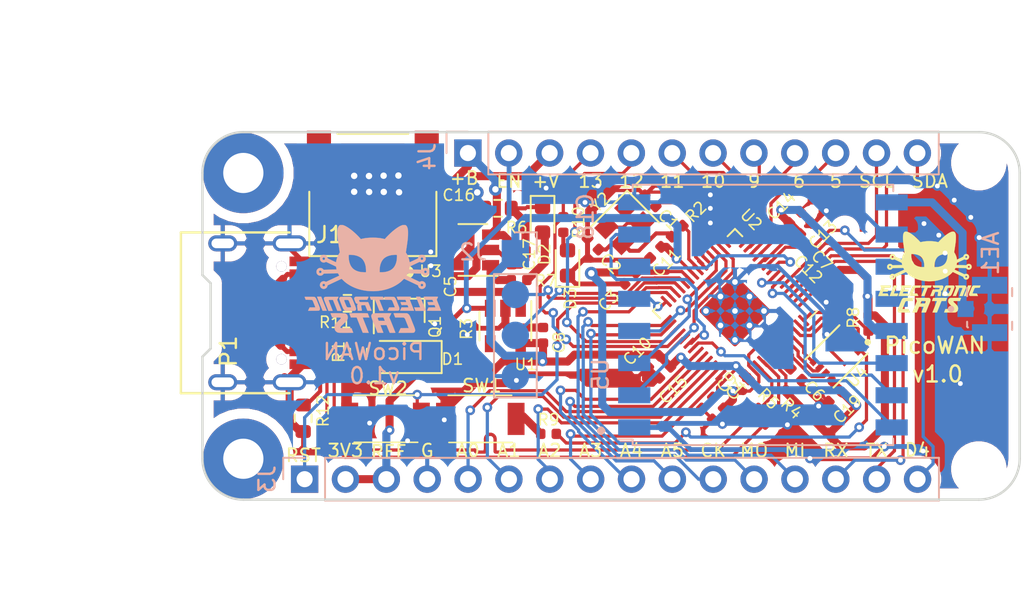
<source format=kicad_pcb>
(kicad_pcb (version 20221018) (generator pcbnew)
  (title_block (title "Bast-BLE") (date "2020-05-20") (rev "v1.3") (company "Electronic Cats") (comment 1 "Eduardo Contreras"))
  (layers (0 "F.Cu" signal) (31 "B.Cu" signal) (34 "B.Paste" user) (35 "F.Paste" user) (36 "B.SilkS" user "B.Silkscreen") (37 "F.SilkS" user "F.Silkscreen") (38 "B.Mask" user) (39 "F.Mask" user) (44 "Edge.Cuts" user))
  (net 0 "")
  (net 1 "+BATT")
  (net 2 "GND")
  (net 3 "VBUS")
  (net 4 "/TX")
  (net 5 "/RX")
  (net 6 "/A3")
  (net 7 "/A2")
  (net 8 "/A1")
  (net 9 "/A0")
  (net 10 "+3V3")
  (net 11 "/SDA")
  (net 12 "/SCL")
  (net 13 "/EN")
  (net 14 "Net-(P1-PadA5)")
  (net 15 "Net-(P1-PadB5)")
  (net 16 "/D5")
  (net 17 "/D+")
  (net 18 "/D6")
  (net 19 "/D10")
  (net 20 "/D-")
  (net 21 "/RST")
  (net 22 "/D13")
  (net 23 "/D11")
  (net 24 "/D9")
  (net 25 "/D12")
  (net 26 "Net-(AE1-Pad1)")
  (net 27 "Net-(C1-Pad1)")
  (net 28 "Net-(C2-Pad1)")
  (net 29 "+1V2")
  (net 30 "Net-(C5-Pad1)")
  (net 31 "Net-(D2-Pad2)")
  (net 32 "Net-(D3-Pad2)")
  (net 33 "/D4")
  (net 34 "/CIPO_0")
  (net 35 "/COPI_0")
  (net 36 "/SCK_0")
  (net 37 "/D25")
  (net 38 "/D24")
  (net 39 "Net-(R2-Pad2)")
  (net 40 "Net-(R6-Pad1)")
  (net 41 "Net-(R7-Pad1)")
  (net 42 "/QSPI_CS")
  (net 43 "Net-(R9-Pad2)")
  (net 44 "Net-(U1-Pad4)")
  (net 45 "/QSPI_DATA1")
  (net 46 "/QSPI_DATA2")
  (net 47 "/QSPI_DATA0")
  (net 48 "/QSPI_SCK")
  (net 49 "/QSPI_DATA3")
  (net 50 "/DIO2")
  (net 51 "/DIO5")
  (net 52 "/CS_1")
  (net 53 "/COPI_1")
  (net 54 "/CIPO_1")
  (net 55 "/SCK_1")
  (net 56 "/RF_RST")
  (net 57 "/DIO0")
  (net 58 "/DIO1")
  (net 59 "Net-(U4-Pad9)")
  (net 60 "Net-(U5-Pad12)")
  (net 61 "Net-(U5-Pad11)")
  (net 62 "/SWCLK")
  (net 63 "/SWDIO")
  (net 64 "/RD+")
  (net 65 "/RD-")
  (footprint "MountingHole:MountingHole_2.5mm_Pad" (layer "F.Cu") (at 129.54 101.6)
    (fp_text reference "REF**" hide)
    (fp_text value "MountingHole_2.5mm_Pad" hide)
  )
  (footprint "MountingHole:MountingHole_2.5mm_Pad" (layer "F.Cu") (at 129.54 83.82)
    (fp_text reference "REF**" hide)
    (fp_text value "MountingHole_2.5mm_Pad" hide)
  )
  (footprint "MountingHole:MountingHole_2.2mm_M2" (layer "F.Cu") (at 175.26 83.185)
    (fp_text reference "REF**" hide)
    (fp_text value "MountingHole_2.2mm_M2" hide)
  )
  (footprint "MountingHole:MountingHole_2.2mm_M2" (layer "F.Cu") (at 175.26 102.235)
    (fp_text reference "REF**" hide)
    (fp_text value "MountingHole_2.2mm_M2" hide)
  )
  (footprint "Connectors_ElectronicCats:C393939" (layer "F.Cu") (at 132.41 92.52 -90)
    (fp_text reference "P1")
    (fp_text value "USB_C_Plug_USB2.0")
  )
  (footprint "Package_TO_SOT_SMD:SOT-23-5" (layer "F.Cu") (at 145.83 93.34 -90)
    (fp_text reference "U1")
    (fp_text value "AP2112K-3.3")
  )
  (footprint "Diode_SMD:D_SOD-123F" (layer "F.Cu") (at 139.67 95.27 180)
    (fp_text reference "D1")
    (fp_text value "MBR120")
  )
  (footprint "LED_SMD:LED_0603_1608Metric" (layer "F.Cu") (at 149.69 89.42 90)
    (fp_text reference "D3")
    (fp_text value "LED")
  )
  (footprint "Resistor_SMD:R_0603_1608Metric" (layer "F.Cu") (at 136.7 94.99 90)
    (fp_text reference "R1")
    (fp_text value "100K")
  )
  (footprint "Resistor_SMD:R_0603_1608Metric" (layer "F.Cu") (at 136.01 91.93 180)
    (fp_text reference "R11")
    (fp_text value "5K1")
  )
  (footprint "Resistor_SMD:R_0603_1608Metric" (layer "F.Cu") (at 133.26 99.08 90)
    (fp_text reference "R12")
    (fp_text value "5K1")
  )
  (footprint "Package_TO_SOT_SMD:SOT-23" (layer "F.Cu") (at 139.23 92.4 90)
    (fp_text reference "Q1")
    (fp_text value "DMG3415U-7")
  )
  (footprint "Capacitor_SMD:C_0402_1005Metric" (layer "F.Cu") (at 148.17 93.92 90)
    (fp_text reference "C8")
    (fp_text value "1uF")
  )
  (footprint "Capacitor_SMD:C_0402_1005Metric" (layer "F.Cu") (at 141.44 91.63 -90)
    (fp_text reference "C5")
    (fp_text value "4.7uF")
  )
  (footprint "Capacitor_SMD:C_0402_1005Metric" (layer "F.Cu") (at 142.89 86.08)
    (fp_text reference "C16")
    (fp_text value "10uF")
  )
  (footprint "Resistor_SMD:R_0402_1005Metric" (layer "F.Cu") (at 142.44 93.54 90)
    (fp_text reference "R3")
    (fp_text value "10K")
  )
  (footprint "Resistor_SMD:R_0402_1005Metric" (layer "F.Cu") (at 146.68 90.48)
    (fp_text reference "R7")
    (fp_text value "1K")
  )
  (footprint "Resistor_SMD:R_0402_1005Metric" (layer "F.Cu") (at 149.43 87.03 90)
    (fp_text reference "R10")
    (fp_text value "10K")
  )
  (footprint "Capacitor_SMD:C_0402_1005Metric" (layer "F.Cu") (at 153.58 90.38 -135)
    (fp_text reference "C3")
    (fp_text value "1uF")
  )
  (footprint "Resistor_SMD:R_0402_1005Metric" (layer "F.Cu") (at 168.4 93.17 -90)
    (fp_text reference "R8")
    (fp_text value "10K")
  )
  (footprint "MCU_RaspberryPi_and_Boards:RP2040-QFN-56" (layer "F.Cu") (at 160.1 92.405 -135)
    (fp_text reference "U2")
    (fp_text value "RP2040")
  )
  (footprint "Capacitor_SMD:C_0402_1005Metric" (layer "F.Cu") (at 166.27 97.7 -135)
    (fp_text reference "C19")
    (fp_text value "0.1uF")
  )
  (footprint "Resistor_SMD:R_0402_1005Metric" (layer "F.Cu") (at 162.31 99.09 45)
    (fp_text reference "R4")
    (fp_text value "27")
  )
  (footprint "Capacitor_SMD:C_0402_1005Metric" (layer "F.Cu") (at 166.03 91.08 -45)
    (fp_text reference "C12")
    (fp_text value "0.1uF")
  )
  (footprint "Resistor_SMD:R_0402_1005Metric" (layer "F.Cu") (at 161.227053 98.822947 45)
    (fp_text reference "R5")
    (fp_text value "27")
  )
  (footprint "Capacitor_SMD:C_0402_1005Metric" (layer "F.Cu") (at 155.74 96.22 -135)
    (fp_text reference "C15")
    (fp_text value "0.1uF")
  )
  (footprint "Capacitor_SMD:C_0402_1005Metric" (layer "F.Cu") (at 158.39 98.13 -135)
    (fp_text reference "C9")
    (fp_text value "0.1uF")
  )
  (footprint "Capacitor_SMD:C_0402_1005Metric" (layer "F.Cu") (at 163.91 96.34 -45)
    (fp_text reference "C6")
    (fp_text value "0.1uF")
  )
  (footprint "Capacitor_SMD:C_0402_1005Metric" (layer "F.Cu") (at 166.71 90.42 -45)
    (fp_text reference "C7")
    (fp_text value "1uF")
  )
  (footprint "Capacitor_SMD:C_0402_1005Metric" (layer "F.Cu") (at 159.06 98.81 -135)
    (fp_text reference "C4")
    (fp_text value "0.1uF")
  )
  (footprint "Resistor_SMD:R_0402_1005Metric" (layer "F.Cu") (at 148.51 100.05 180)
    (fp_text reference "R9")
    (fp_text value "1K")
  )
  (footprint "Capacitor_SMD:C_0402_1005Metric" (layer "F.Cu") (at 164.5 87.27 45)
    (fp_text reference "C13")
    (fp_text value "0.1uF")
  )
  (footprint "Capacitor_SMD:C_0402_1005Metric" (layer "F.Cu") (at 155.05 95.53 -135)
    (fp_text reference "C10")
    (fp_text value "0.1uF")
  )
  (footprint "Capacitor_SMD:C_0402_1005Metric" (layer "F.Cu") (at 154.827053 85.557053 135)
    (fp_text reference "C1")
    (fp_text value "22pF")
  )
  (footprint "Capacitor_SMD:C_0402_1005Metric" (layer "F.Cu") (at 151.28 88.24 135)
    (fp_text reference "C2")
    (fp_text value "22pF")
  )
  (footprint "pico-wan:JST_S2B-PH-SM4-TB(LF)(SN)" (layer "F.Cu") (at 137.59 88.64 180)
    (fp_text reference "J1")
    (fp_text value "Battery")
  )
  (footprint "LED_SMD:LED_0603_1608Metric" (layer "F.Cu") (at 148.14 86.7325 -90)
    (fp_text reference "D2")
    (fp_text value "BAT")
  )
  (footprint "Resistor_SMD:R_0603_1608Metric" (layer "F.Cu") (at 145.37 86.02)
    (fp_text reference "R6")
    (fp_text value "2K")
  )
  (footprint "Capacitor_SMD:C_0402_1005Metric" (layer "F.Cu") (at 146.22 89.04 -90)
    (fp_text reference "C17")
    (fp_text value "10uF")
  )
  (footprint "Package_TO_SOT_SMD:SOT-23-5" (layer "F.Cu") (at 143.81 88.61 180)
    (fp_text reference "U3")
    (fp_text value "MCP73831-2-OT")
  )
  (footprint "Capacitor_SMD:C_0402_1005Metric" (layer "F.Cu") (at 163.82 86.58 45)
    (fp_text reference "C14")
    (fp_text value "0.1uF")
  )
  (footprint "hunter-cat-nfc:PSON50P200X300X50-9N" (layer "F.Cu") (at 166.41 95.23 -135)
    (fp_text reference "U4")
    (fp_text value "W25Q16JV")
  )
  (footprint "Aesthetics:electronic_cats_logo_4x3" (layer "F.Cu") (at 172.186 89.986)
    (fp_text reference "G***" hide)
    (fp_text value "LOGO" hide)
  )
  (footprint "Crystal:Crystal_SMD_2520-4Pin_2.5x2.0mm" (layer "F.Cu") (at 153.22 87.07 -135)
    (fp_text reference "Y2")
    (fp_text value "12Mhz")
  )
  (footprint "Resistor_SMD:R_0402_1005Metric" (layer "F.Cu") (at 156.51 87.44 45)
    (fp_text reference "R2")
    (fp_text value "1K")
  )
  (footprint "Capacitor_SMD:C_0402_1005Metric" (layer "F.Cu") (at 155.17 88.76 -135)
    (fp_text reference "C11")
    (fp_text value "0.1uF")
  )
  (footprint "KiCadLibraries:TS1088R02026" (layer "F.Cu") (at 138.38 99.11)
    (fp_text reference "SW2")
    (fp_text value "RESET" hide)
  )
  (footprint "KiCadLibraries:TS1088R02026" (layer "F.Cu") (at 144.27 99.12)
    (fp_text reference "SW1")
    (fp_text value "BOOT" hide)
  )
  (footprint "Connector_PinHeader_2.54mm:PinHeader_1x16_P2.54mm_Vertical" (layer "B.Cu") (at 133.35 102.87 -90)
    (fp_text reference "J3")
    (fp_text value "Conn_left")
  )
  (footprint "Connector_PinHeader_2.54mm:PinHeader_1x12_P2.54mm_Vertical" (layer "B.Cu") (at 143.5 82.58 -90)
    (fp_text reference "J4")
    (fp_text value "Conn_right")
  )
  (footprint "Connector_PinHeader_2.54mm:PinHeader_1x04_P2.54mm_Vertical" (layer "B.Cu") (at 146.45 88.84 180)
    (fp_text reference "J2")
    (fp_text value "SWD")
  )
  (footprint "Capacitor_SMD:C_0402_1005Metric" (layer "B.Cu") (at 151.8 86.14 90)
    (fp_text reference "C18")
    (fp_text value "0.1uF")
  )
  (footprint "RF_Module:HOPERF_RFM9XW_SMD" (layer "B.Cu") (at 161.84 92.65)
    (fp_text reference "U5")
    (fp_text value "RFM95W-868S2")
  )
  (footprint "Connectors:MOLEX_1661" (layer "B.Cu") (at 175.93 92.28 90)
    (fp_text reference "AE1")
    (fp_text value "Antenna_Shield")
  )
  (footprint "Aesthetics:electronic_cats_logo_8x6" (layer "B.Cu") (at 137.59 90.41 180)
    (fp_text reference "G***" hide)
    (fp_text value "LOGO" hide)
  )
  (gr_line (start 129.54 104.14) (end 175.26 104.14) (stroke (width 0.15)) (layer "Edge.Cuts"))
  (gr_arc (start 175.26 81.28) (mid 177.056051 82.023949) (end 177.8 83.82) (stroke (width 0.15)) (layer "Edge.Cuts"))
  (gr_line (start 175.26 81.28) (end 129.54 81.28) (stroke (width 0.15)) (layer "Edge.Cuts"))
  (gr_arc (start 177.8 101.6) (mid 177.056051 103.396051) (end 175.26 104.14) (stroke (width 0.15)) (layer "Edge.Cuts"))
  (gr_arc (start 127 83.82) (mid 127.743949 82.023949) (end 129.54 81.28) (stroke (width 0.15)) (layer "Edge.Cuts"))
  (gr_line (start 127 83.82) (end 127 90.17) (stroke (width 0.15)) (layer "Edge.Cuts"))
  (gr_line (start 127 90.17) (end 127.508 90.678) (stroke (width 0.15)) (layer "Edge.Cuts"))
  (gr_line (start 127.508 90.678) (end 127.508 94.742) (stroke (width 0.15)) (layer "Edge.Cuts"))
  (gr_line (start 127.508 94.742) (end 127 95.25) (stroke (width 0.15)) (layer "Edge.Cuts"))
  (gr_line (start 127 95.25) (end 127 101.6) (stroke (width 0.15)) (layer "Edge.Cuts"))
  (gr_arc (start 129.54 104.14) (mid 127.743949 103.396051) (end 127 101.6) (stroke (width 0.15)) (layer "Edge.Cuts"))
  (gr_line (start 177.8 101.6) (end 177.8 83.82) (stroke (width 0.15)) (layer "Edge.Cuts"))
  (gr_text "v1.0" (at 137.7 96.44) (layer "B.SilkS") (effects (font (size 1 1)) (justify mirror)))
  (gr_text "PicoWAN" (at 137.64 94.94) (layer "B.SilkS") (effects (font (size 1 1)) (justify mirror)))
  (gr_text "." (at 151.78 99.25) (layer "B.SilkS") (effects (font (size 1.5 1.5) (thickness 0.375)) (justify mirror)))
  (gr_text "D4" (at 171.44 101.05) (layer "F.SilkS") (effects (font (size 0.8 0.8) (thickness 0.12))))
  (gr_text "REF" (at 138.575 101.175) (layer "F.SilkS") (effects (font (size 0.8 0.8) (thickness 0.12))))
  (gr_text "MI" (at 163.83 101.092) (layer "F.SilkS") (effects (font (size 0.8 0.8) (thickness 0.12))))
  (gr_text "PicoWAN" (at 172.52 94.55) (layer "F.SilkS") (effects (font (size 1 1))))
  (gr_text "A5" (at 156.21 101.092) (layer "F.SilkS") (effects (font (size 0.8 0.8) (thickness 0.12))))
  (gr_text "12" (at 153.67 84.328) (layer "F.SilkS") (effects (font (size 0.8 0.8) (thickness 0.12))))
  (gr_text "10" (at 158.75 84.328) (layer "F.SilkS") (effects (font (size 0.8 0.8) (thickness 0.12))))
  (gr_text "MO" (at 161.29 101.092) (layer "F.SilkS") (effects (font (size 0.8 0.8) (thickness 0.12))))
  (gr_text "EN" (at 146.05 84.328) (layer "F.SilkS") (effects (font (size 0.8 0.8) (thickness 0.12))))
  (gr_text "RST" (at 133.27 101.39) (layer "F.SilkS") (effects (font (size 0.8 0.8) (thickness 0.12))))
  (gr_text "6" (at 164.084 84.328) (layer "F.SilkS") (effects (font (size 0.8 0.8) (thickness 0.12))))
  (gr_text "5" (at 166.37 84.328) (layer "F.SilkS") (effects (font (size 0.8 0.8) (thickness 0.12))))
  (gr_text "+V" (at 148.336 84.328) (layer "F.SilkS") (effects (font (size 0.8 0.8) (thickness 0.12))))
  (gr_text "RX" (at 166.37 101.092) (layer "F.SilkS") (effects (font (size 0.8 0.8) (thickness 0.12))))
  (gr_text "3V3" (at 135.89 101.092) (layer "F.SilkS") (effects (font (size 0.8 0.8) (thickness 0.12))))
  (gr_text "CK" (at 158.75 101.092) (layer "F.SilkS") (effects (font (size 0.8 0.8) (thickness 0.12))))
  (gr_text "9" (at 161.29 84.328) (layer "F.SilkS") (effects (font (size 0.8 0.8) (thickness 0.12))))
  (gr_text "A3" (at 151.13 101.092) (layer "F.SilkS") (effects (font (size 0.8 0.8) (thickness 0.12))))
  (gr_text "SCL" (at 168.91 84.328) (layer "F.SilkS") (effects (font (size 0.8 0.8) (thickness 0.12))))
  (gr_text "A2" (at 148.59 101.092) (layer "F.SilkS") (effects (font (size 0.8 0.8) (thickness 0.12))))
  (gr_text "A0" (at 143.51 101.092) (layer "F.SilkS") (effects (font (size 0.8 0.8) (thickness 0.12))))
  (gr_text "A1" (at 146.05 101.092) (layer "F.SilkS") (effects (font (size 0.8 0.8) (thickness 0.12))))
  (gr_text "13" (at 151.13 84.328) (layer "F.SilkS") (effects (font (size 0.8 0.8) (thickness 0.12))))
  (gr_text "11" (at 156.21 84.328) (layer "F.SilkS") (effects (font (size 0.8 0.8) (thickness 0.12))))
  (gr_text "TX" (at 168.91 101.092) (layer "F.SilkS") (effects (font (size 0.8 0.8) (thickness 0.12))))
  (gr_text "SDA" (at 172.212 84.328) (layer "F.SilkS") (effects (font (size 0.8 0.8) (thickness 0.12))))
  (gr_text "A4" (at 153.67 101.092) (layer "F.SilkS") (effects (font (size 0.8 0.8) (thickness 0.12))))
  (gr_text "G" (at 140.97 101.092) (layer "F.SilkS") (effects (font (size 0.8 0.8) (thickness 0.12))))
  (gr_text "v1.0" (at 172.694 96.336) (layer "F.SilkS") (effects (font (size 1 1))))
  (gr_text "+B" (at 143.27 84.14) (layer "F.SilkS") (effects (font (size 0.8 0.8) (thickness 0.12))))
  (segment (start 145.695 87.685) (end 144.935 87.685) (width 0.5) (layer "F.Cu") (net 1))
  (segment (start 146.22 88.21) (end 145.695 87.685) (width 0.5) (layer "F.Cu") (net 1))
  (segment (start 145.299221 84.927084) (end 145.20999 84.837853) (width 0.5) (layer "F.Cu") (net 1))
  (segment (start 144.935 87.685) (end 144.91 87.66) (width 0.5) (layer "F.Cu") (net 1))
  (segment (start 146.22 88.555) (end 146.22 88.21) (width 0.5) (layer "F.Cu") (net 1))
  (segment (start 138.59 88.33) (end 143.5 83.42) (width 0.5) (layer "F.Cu") (net 1))
  (segment (start 145.299221 87.270779) (end 145.299221 84.927084) (width 0.5) (layer "F.Cu") (net 1))
  (segment (start 143.5 83.42) (end 143.5 82.58) (width 0.5) (layer "F.Cu") (net 1))
  (segment (start 144.91 87.66) (end 145.299221 87.270779) (width 0.5) (layer "F.Cu") (net 1))
  (segment (start 138.59 88.64) (end 138.59 90.76) (width 0.5) (layer "F.Cu") (net 1))
  (segment (start 138.59 90.76) (end 139.23 91.4) (width 0.5) (layer "F.Cu") (net 1))
  (segment (start 138.59 88.64) (end 138.59 88.33) (width 0.5) (layer "F.Cu") (net 1))
  (via (at 145.20999 84.837853) (size 0.8) (drill 0.4) (layers "F.Cu" "B.Cu") (net 1))
  (segment (start 143.5 82.58) (end 145.20999 84.28999) (width 0.5) (layer "B.Cu") (net 1))
  (segment (start 145.20999 84.28999) (end 145.20999 84.837853) (width 0.5) (layer "B.Cu") (net 1))
  (segment (start 163.36 99.48387) (end 163.36 100.18) (width 0.3) (layer "F.Cu") (net 2))
  (segment (start 169.384024 100.844024) (end 168.628048 101.6) (width 0.3) (layer "F.Cu") (net 2))
  (segment (start 174.11 96.92) (end 174.09 96.94) (width 0.5) (layer "F.Cu") (net 2))
  (segment (start 175.65 87.91) (end 175.65 87.91) (width 0.5) (layer "F.Cu") (net 2))
  (segment (start 165.77 91.86) (end 165.77 91.86) (width 0.3) (layer "F.Cu") (net 2))
  (segment (start 165.78 86.17) (end 165.78 86.17) (width 0.25) (layer "F.Cu") (net 2))
  (segment (start 164.76 101.58) (end 164.78 101.6) (width 0.3) (layer "F.Cu") (net 2))
  (segment (start 146.51501 96.72501) (end 146.525011 96.71501) (width 0.5) (layer "F.Cu") (net 2))
  (segment (start 148.36 84.76) (end 148.36 84.76) (width 0.25) (layer "F.Cu") (net 2))
  (segment (start 144.07 85.04) (end 144.08 85.03) (width 0.5) (layer "F.Cu") (net 2))
  (segment (start 143.46 93.88) (end 143.46 93.88) (width 0.3) (layer "F.Cu") (net 2))
  (segment (start 141.44 93.21) (end 141.44 93.21) (width 0.25) (layer "F.Cu") (net 2))
  (segment (start 137.39 99.38) (end 137.39 99.38) (width 0.5) (layer "F.Cu") (net 2))
  (segment (start 142.03 99.18) (end 142.03 99.18) (width 0.3) (layer "F.Cu") (net 2))
  (segment (start 141.13 89.58) (end 141.13 89.31) (width 0.5) (layer "F.Cu") (net 2))
  (segment (start 164.84 86.95) (end 164.16 86.27) (width 0.25) (layer "F.Cu") (net 2))
  (segment (start 154.377053 85.077053) (end 154.21 84.91) (width 0.2) (layer "F.Cu") (net 2))
  (segment (start 145.419999 93.480001) (end 143.859999 93.480001) (width 0.3) (layer "F.Cu") (net 2))
  (segment (start 157.19499 85.01) (end 154.444106 85.01) (width 0.2) (layer "F.Cu") (net 2))
  (segment (start 146.347019 96.893002) (end 146.51501 96.72501) (width 0.5) (layer "F.Cu") (net 2))
  (segment (start 158.717053 99.152947) (end 159.004106 99.44) (width 0.2) (layer "F.Cu") (net 2))
  (segment (start 166.86974 93.813915) (end 165.868264 93.813915) (width 0.25) (layer "F.Cu") (net 2))
  (segment (start 165.022947 86.927053) (end 165.78 86.17) (width 0.25) (layer "F.Cu") (net 2))
  (segment (start 142.375 98.185) (end 141.78 97.59) (width 0.5) (layer "F.Cu") (net 2))
  (segment (start 153.403744 86.946256) (end 153.156256 87.193744) (width 0.2) (layer "F.Cu") (net 2))
  (segment (start 164.082947 96.832947) (end 165.3 98.05) (width 0.3) (layer "F.Cu") (net 2))
  (segment (start 150.937053 87.897053) (end 150.937053 86.127053) (width 0.3) (layer "F.Cu") (net 2))
  (segment (start 167.052947 90.762947) (end 167.032947 90.762947) (width 0.25) (layer "F.Cu") (net 2))
  (segment (start 136.7 94.165) (end 136.075 94.165) (width 0.5) (layer "F.Cu") (net 2))
  (segment (start 153.156256 87.193744) (end 152.106307 87.193744) (width 0.2) (layer "F.Cu") (net 2))
  (segment (start 136.075 94.165) (end 135.87499 94.36501) (width 0.5) (layer "F.Cu") (net 2))
  (segment (start 141.8 98.95) (end 142.03 99.18) (width 0.3) (layer "F.Cu") (net 2))
  (segment (start 144.82 88.61) (end 144.865 88.655) (width 0.3) (layer "F.Cu") (net 2))
  (segment (start 145.305 88.61) (end 146.22 89.525) (width 0.25) (layer "F.Cu") (net 2))
  (segment (start 143.520001 90.235001) (end 141.489316 90.235001) (width 0.5) (layer "F.Cu") (net 2))
  (segment (start 145.83 93.27) (end 145.995 93.435) (width 0.5) (layer "F.Cu") (net 2))
  (segment (start 146.755 89.525) (end 147.08 89.2) (width 0.5) (layer "F.Cu") (net 2))
  (segment (start 158.099901 88.642164) (end 158.1 88.642065) (width 0.2) (layer "F.Cu") (net 2))
  (segment (start 135.9 98.95) (end 136.96 98.95) (width 0.5) (layer "F.Cu") (net 2))
  (segment (start 165.477053 98.142947) (end 165.3 98.32) (width 0.2) (layer "F.Cu") (net 2))
  (segment (start 132.42 96.555) (end 133.245 95.73) (width 0.5) (layer "F.Cu") (net 2))
  (segment (start 136.96 98.95) (end 137.39 99.38) (width 0.5) (layer "F.Cu") (net 2))
  (segment (start 150.937053 88.925051) (end 150.937053 87.897053) (width 0.3) (layer "F.Cu") (net 2))
  (segment (start 135.87499 98.82999) (end 135.945 98.9) (width 0.5) (layer "F.Cu") (net 2))
  (segment (start 142.465 98.185) (end 142.375 98.185) (width 0.5) (layer "F.Cu") (net 2))
  (segment (start 154.47 96.33) (end 154.707053 96.092947) (width 0.3) (layer "F.Cu") (net 2))
  (segment (start 154.98999 96.97001) (end 150.92001 96.97001) (width 0.3) (layer "F.Cu") (net 2))
  (segment (start 144.374998 88.61) (end 144.029999 88.954999) (width 0.5) (layer "F.Cu") (net 2))
  (segment (start 164.512947 87.127053) (end 164.692947 87.127053) (width 0.25) (layer "F.Cu") (net 2))
  (segment (start 154.707053 96.147053) (end 154.92 96.36) (width 0.3) (layer "F.Cu") (net 2))
  (segment (start 141.13 89.875685) (end 141.13 89.58) (width 0.5) (layer "F.Cu") (net 2))
  (segment (start 145.83 92.24) (end 145.83 93.07) (width 0.3) (layer "F.Cu") (net 2))
  (segment (start 154.5 96.69) (end 154.47 96.66) (width 0.3) (layer "F.Cu") (net 2))
  (segment (start 154.852947 96.562947) (end 154.74 96.45) (width 0.3) (layer "F.Cu") (net 2))
  (segment (start 175.9 93.83) (end 175.9 95.13) (width 0.5) (layer "F.Cu") (net 2))
  (segment (start 141.7 98.95) (end 141.8 98.95) (width 0.3) (layer "F.Cu") (net 2))
  (segment (start 145.83 92.24) (end 145.83 93.27) (width 0.5) (layer "F.Cu") (net 2))
  (segment (start 165.642947 98.142947) (end 165.27 97.77) (width 0.25) (layer "F.Cu") (net 2))
  (segment (start 158.376427 89.267214) (end 158.099901 88.990688) (width 0.2) (layer "F.Cu") (net 2))
  (segment (start 163.36 100.18) (end 164.76 101.58) (width 0.3) (layer "F.Cu") (net 2))
  (segment (start 135.87499 94.36501) (end 135.87499 98.82999) (width 0.5) (layer "F.Cu") (net 2))
  (segment (start 158.099901 88.990688) (end 158.099901 88.642164) (width 0.2) (layer "F.Cu") (net 2))
  (segment (start 166.077053 98.142947) (end 165.642947 98.142947) (width 0.25) (layer "F.Cu") (net 2))
  (segment (start 150.92001 96.97001) (end 150.265011 96.315011) (width 0.3) (layer "F.Cu") (net 2))
  (segment (start 154.74 96.45) (end 154.74 96.3) (width 0.3) (layer "F.Cu") (net 2))
  (segment (start 144.029999 88.954999) (end 144.029999 89.725003) (width 0.5) (layer "F.Cu") (net 2))
  (segment (start 151.201001 89.188999) (end 150.937053 88.925051) (width 0.3) (layer "F.Cu") (net 2))
  (segment (start 175.9 95.13) (end 174.11 96.92) (width 0.5) (layer "F.Cu") (net 2))
  (segment (start 158.57 87.58) (end 158.57 86.38501) (width 0.2) (layer "F.Cu") (net 2))
  (segment (start 141.489316 90.235001) (end 141.13 89.875685) (width 0.5) (layer "F.Cu") (net 2))
  (segment (start 142.03 99.18) (end 142.045 99.165) (width 0.5) (layer "F.Cu") (net 2))
  (segment (start 154.47 96.66) (end 154.47 96.33) (width 0.3) (layer "F.Cu") (net 2))
  (segment (start 155.397053 96.562947) (end 154.98999 96.97001) (width 0.3) (layer "F.Cu") (net 2))
  (segment (start 153.237053 90.722947) (end 150.205447 90.722947) (width 0.3) (layer "F.Cu") (net 2))
  (segment (start 144.91 88.61) (end 144.374998 88.61) (width 0.5) (layer "F.Cu") (net 2))
  (segment (start 165.868264 93.813915) (end 165.82109 93.86109) (width 0.25) (layer "F.Cu") (net 2))
  (segment (start 154.21 84.91) (end 151.9 84.91) (width 0.2) (layer "F.Cu") (net 2))
  (segment (start 132.1 88.18) (end 132.1 88.475) (width 0.3) (layer "F.Cu") (net 2))
  (segment (start 133.075 99.905) (end 132.42 99.25) (width 0.5) (layer "F.Cu") (net 2))
  (segment (start 135.945 98.9) (end 135.9 98.9) (width 0.5) (layer "F.Cu") (net 2))
  (segment (start 154.707053 95.872947) (end 154.707053 96.147053) (width 0.3) (layer "F.Cu") (net 2))
  (segment (start 148.14 85.945) (end 148.14 84.98) (width 0.25) (layer "F.Cu") (net 2))
  (segment (start 145.995 93.435) (end 148.17 93.435) (width 0.5) (layer "F.Cu") (net 2))
  (segment (start 132.1 96.82) (end 132.1 96.525) (width 0.5) (layer "F.Cu") (net 2))
  (segment (start 151.87 87.430051) (end 152.106307 87.193744) (width 0.25) (layer "F.Cu") (net 2))
  (segment (start 166.372947 91.422947) (end 166.207053 91.422947) (width 0.3) (layer "F.Cu") (net 2))
  (segment (start 142.045 99.12) (end 142.045 98.605) (width 0.5) (layer "F.Cu") (net 2))
  (segment (start 159.004106 99.44) (end 159.32 99.44) (width 0.2) (layer "F.Cu") (net 2))
  (segment (start 158.57 86.38501) (end 157.19499 85.01) (width 0.2) (layer "F.Cu") (net 2))
  (segment (start 165.3 98.05) (end 165.3 98.32) (width 0.3) (layer "F.Cu") (net 2))
  (segment (start 175.94 90.85) (end 175.94 88.2) (width 0.5) (layer "F.Cu") (net 2))
  (segment (start 164.082947 96.832947) (end 164.725094 97.475094) (width 0.25) (layer "F.Cu") (net 2))
  (segment (start 143.756998 96.893002) (end 146.347019 96.893002) (width 0.5) (layer "F.Cu") (net 2))
  (segment (start 133.26 99.905) (end 133.075 99.905) (width 0.5) (layer "F.Cu") (net 2))
  (segment (start 132.42 88.505) (end 133.175 89.26) (width 0.3) (layer "F.Cu") (net 2))
  (segment (start 147.08 89.2) (end 147.08 86.905) (width 0.5) (layer "F.Cu") (net 2))
  (segment (start 143.375 86.08) (end 143.375 85.735) (width 0.5) (layer "F.Cu") (net 2))
  (segment (start 169.38999 100.838058) (end 169.384024 100.844024) (width 0.3) (layer "F.Cu") (net 2))
  (segment (start 148.14 84.98) (end 148.36 84.76) (width 0.25) (layer "F.Cu") (net 2))
  (segment (start 150.64375 89.25375) (end 151.13625 89.25375) (width 0.3) (layer "F.Cu") (net 2))
  (segment (start 166.207053 91.422947) (end 165.77 91.86) (width 0.3) (layer "F.Cu") (net 2))
  (segment (start 154.333693 86.946256) (end 153.403744 86.946256) (width 0.2) (layer "F.Cu") (net 2))
  (segment (start 144.029999 89.725003) (end 143.520001 90.235001) (width 0.5) (layer "F.Cu") (net 2))
  (segment (start 158.047053 98.472947) (end 158.047053 98.482947) (width 0.2) (layer "F.Cu") (net 2))
  (segment (start 133.175 89.26) (end 134.68 89.26) (width 0.3) (layer "F.Cu") (net 2))
  (segment (start 155.397053 96.562947) (end 155.017053 96.562947) (width 0.3) (layer "F.Cu") (net 2))
  (segment (start 150.265011 96.315011) (end 146.92501 96.315011) (width 0.3) (layer "F.Cu") (net 2))
  (segment (start 154.69 95.89) (end 155.38 96.58) (width 0.3) (layer "F.Cu") (net 2))
  (segment (start 144.91 88.61) (end 145.305 88.61) (width 0.25) (layer "F.Cu") (net 2))
  (segment (start 146.92501 96.315011) (end 146.525011 96.71501) (width 0.3) (layer "F.Cu") (net 2))
  (segment (start 142.045 97.925) (end 142.41 97.56) (width 0.5) (layer "F.Cu") (net 2))
  (segment (start 149.69 90.2075) (end 150.64375 89.25375) (width 0.3) (layer "F.Cu") (net 2))
  (segment (start 154.827053 89.102947) (end 154.69 89.24) (width 0.3) (layer "F.Cu") (net 2))
  (segment (start 143.375 85.735) (end 144.07 85.04) (width 0.5) (layer "F.Cu") (net 2))
  (segment (start 142.045 99.165) (end 142.045 97.925) (width 0.5) (layer "F.Cu") (net 2))
  (segment (start 151.9 84.91) (end 151.6 84.61) (width 0.2) (layer "F.Cu") (net 2))
  (segment (start 154.69 89.24) (end 151.252002 89.24) (width 0.3) (layer "F.Cu") (net 2))
  (segment (start 158.047053 98.482947) (end 158.717053 99.152947) (width 0.2) (layer "F.Cu") (net 2))
  (segment (start 154.707053 96.092947) (end 154.707053 95.872947) (width 0.3) (layer "F.Cu") (net 2))
  (segment (start 150.205447 90.722947) (end 149.69 90.2075) (width 0.3) (layer "F.Cu") (net 2))
  (segment (start 150.937053 88.960447) (end 150.937053 87.897053) (width 0.3) (layer "F.Cu") (net 2))
  (segment (start 155.017053 96.562947) (end 154.89 96.69) (width 0.3) (layer "F.Cu") (net 2))
  (segment (start 147.08 86.905) (end 146.195 86.02) (width 0.5) (layer "F.Cu") (net 2))
  (segment (start 142.045 98.605) (end 142.465 98.185) (width 0.5) (layer "F.Cu") (net 2))
  (segment (start 145.83 93.07) (end 145.419999 93.480001) (width 0.3) (layer "F.Cu") (net 2))
  (segment (start 154.89 96.69) (end 154.5 96.69) (width 0.3) (layer "F.Cu") (net 2))
  (segment (start 146.22 89.525) (end 146.755 89.525) (width 0.5) (layer "F.Cu") (net 2))
  (segment (start 150.64375 89.25375) (end 150.937053 88.960447) (width 0.3) (layer "F.Cu") (net 2))
  (segment (start 155.397053 96.562947) (end 154.852947 96.562947) (width 0.3) (layer "F.Cu") (net 2))
  (segment (start 142.465 98.185) (end 143.756998 96.893002) (width 0.5) (layer "F.Cu") (net 2))
  (segment (start 158.1 88.642065) (end 158.1 88.05) (width 0.2) (layer "F.Cu") (net 2))
  (segment (start 141.44 92.115) (end 141.44 93.21) (width 0.25) (layer "F.Cu") (net 2))
  (segment (start 151.252002 89.24) (end 151.201001 89.188999) (width 0.3) (layer "F.Cu") (net 2))
  (segment (start 175.94 88.2) (end 175.65 87.91) (width 0.5) (layer "F.Cu") (net 2))
  (segment (start 163.36 99.48387) (end 163.36 99.48387) (width 0.3) (layer "F.Cu") (net 2))
  (segment (start 167.032947 90.762947) (end 166.372947 91.422947) (width 0.25) (layer "F.Cu") (net 2))
  (segment (start 143.859999 93.480001) (end 143.46 93.88) (width 0.3) (layer "F.Cu") (net 2))
  (segment (start 158.1 88.05) (end 158.57 87.58) (width 0.2) (layer "F.Cu") (net 2))
  (segment (start 151.13625 89.25375) (end 151.201001 89.188999) (width 0.3) (layer "F.Cu") (net 2))
  (segment (start 168.628048 101.6) (end 164.78 101.6) (width 0.3) (layer "F.Cu") (net 2))
  (segment (start 132.42 99.25) (end 132.42 96.85) (width 0.5) (layer "F.Cu") (net 2))
  (segment (start 154.444106 85.01) (end 154.377053 85.077053) (width 0.2) (layer "F.Cu") (net 2))
  (via (at 174.76 86.58) (size 0.6) (drill 0.3) (layers "F.Cu" "B.Cu") (net 2))
  (via (at 173.16 88.8) (size 0.6) (drill 0.3) (layers "F.Cu" "B.Cu") (net 2))
  (via (at 173.73 85.51) (size 0.6) (drill 0.3) (layers "F.Cu" "B.Cu") (net 2))
  (via (at 175.28 87.84) (size 0.6) (drill 0.3) (layers "F.Cu" "B.Cu") (net 2))
  (via (at 139.75 100.48) (size 0.6) (drill 0.3) (layers "F.Cu" "B.Cu") (net 2))
  (via (at 139.22 85.02) (size 0.8) (drill 0.4) (layers "F.Cu" "B.Cu") (net 2))
  (via (at 159.32 99.44) (size 0.6) (drill 0.3) (layers "F.Cu" "B.Cu") (net 2))
  (via (at 136.43 84.99) (size 0.8) (drill 0.4) (layers "F.Cu" "B.Cu") (net 2))
  (via (at 172.77 87.69) (size 0.6) (drill 0.3) (layers "F.Cu" "B.Cu") (net 2))
  (via (at 138.27 85) (size 0.8) (drill 0.4) (layers "F.Cu" "B.Cu") (net 2))
  (via (at 158.57 86.02) (size 0.6) (drill 0.3) (layers "F.Cu" "B.Cu") (net 2))
  (via (at 158.57 86.93) (size 0.6) (drill 0.3) (layers "F.Cu" "B.Cu") (net 2))
  (via (at 144.08 85.03) (size 0.8) (drill 0.4) (layers "F.Cu" "B.Cu") (net 2))
  (via (at 151.58 84.63) (size 0.6) (drill 0.3) (layers "F.Cu" "B.Cu") (net 2))
  (via (at 158.57 85.18) (size 0.6) (drill 0.3) (layers "F.Cu" "B.Cu") (net 2))
  (via (at 141.2 89.59) (size 0.6) (drill 0.3) (layers "F.Cu" "B.Cu") (net 2))
  (via (at 139.18 83.98) (size 0.8) (drill 0.4) (layers "F.Cu" "B.Cu") (net 2))
  (via (at 165.82109 93.86109) (size 0.6) (drill 0.3) (layers "F.Cu" "B.Cu") (net 2))
  (via (at 163.36 99.48387) (size 0.6) (drill 0.3) (layers "F.Cu" "B.Cu") (net 2))
  (via (at 164.76 101.58) (size 0.6) (drill 0.3) (layers "F.Cu" "B.Cu") (net 2))
  (via (at 169.384024 100.844024) (size 0.6) (drill 0.3) (layers "F.Cu" "B.Cu") (net 2))
  (via (at 150.78 85.65) (size 0.6) (drill 0.3) (layers "F.Cu" "B.Cu") (net 2))
  (via (at 141.19 88.73) (size 0.6) (drill 0.3) (layers "F.Cu" "B.Cu") (net 2))
  (via (at 137.39 99.38) (size 0.6) (drill 0.3) (layers "F.Cu" "B.Cu") (net 2))
  (via (at 142.03 99.18) (size 0.6) (drill 0.3) (layers "F.Cu" "B.Cu") (net 2))
  (via (at 146.51501 96.72501) (size 0.6) (drill 0.3) (layers "F.Cu" "B.Cu") (net 2))
  (via (at 171.85 86.97) (size 0.6) (drill 0.3) (layers "F.Cu" "B.Cu") (net 2))
  (via (at 137.36 85) (size 0.8) (drill 0.4) (layers "F.Cu" "B.Cu") (net 2))
  (via (at 138.26 83.99) (size 0.8) (drill 0.4) (layers "F.Cu" "B.Cu") (net 2))
  (via (at 172.68 84.63) (size 0.6) (drill 0.3) (layers "F.Cu" "B.Cu") (net 2))
  (via (at 143.46 93.88) (size 0.6) (drill 0.3) (layers "F.Cu" "B.Cu") (net 2))
  (via (at 148.36 84.76) (size 0.6) (drill 0.3) (layers "F.Cu" "B.Cu") (net 2))
  (via (at 141.44 93.21) (size 0.6) (drill 0.3) (layers "F.Cu" "B.Cu") (net 2))
  (via (at 173.17 91.33) (size 0.6) (drill 0.3) (layers "F.Cu" "B.Cu") (net 2))
  (via (at 173.17 89.93) (size 0.6) (drill 0.3) (layers "F.Cu" "B.Cu") (net 2))
  (via (at 165.3 98.32) (size 0.6) (drill 0.3) (layers "F.Cu" "B.Cu") (net 2))
  (via (at 171.79 101.12) (size 0.6) (drill 0.3) (layers "F.Cu" "B.Cu") (net 2))
  (via (at 165.77 91.86) (size 0.6) (drill 0.3) (layers "F.Cu" "B.Cu") (net 2))
  (via (at 137.35 84.01) (size 0.8) (drill 0.4) (layers "F.Cu" "B.Cu") (net 2))
  (via (at 136.43 84) (size 0.8) (drill 0.4) (layers "F.Cu" "B.Cu") (net 2))
  (via (at 165.78 86.17) (size 0.6) (drill 0.3) (layers "F.Cu" "B.Cu") (net 2))
  (via (at 174.11 96.92) (size 0.6) (drill 0.3) (layers "F.Cu" "B.Cu") (net 2))
  (segment (start 171.79 101.12) (end 171.508058 100.838058) (width 0.3) (layer "B.Cu") (net 2))
  (segment (start 151.58 84.63) (end 151.6 84.61) (width 0.2) (layer "B.Cu") (net 2))
  (segment (start 160.1 90.601878) (end 161.091878 89.61) (width 0.25) (layer "B.Cu") (net 2))
  (segment (start 155.965996 99.65) (end 153.84 99.65) (width 0.3) (layer "B.Cu") (net 2))
  (segment (start 169.43 87.65) (end 168.22 86.44) (width 0.25) (layer "B.Cu") (net 2))
  (segment (start 137.39 98.85) (end 137.91 98.33) (width 0.2) (layer "B.Cu") (net 2))
  (segment (start 161.091878 89.61) (end 162.76 89.61) (width 0.25) (layer "B.Cu") (net 2))
  (segment (start 151.6 85.455) (end 151.8 85.655) (width 0.2) (layer "B.Cu") (net 2))
  (segment (start 169.84 87.65) (end 169.43 87.65) (width 0.25) (layer "B.Cu") (net 2))
  (segment (start 155.27 99.65) (end 155.52 99.4) (width 0.3) (layer "B.Cu") (net 2))
  (segment (start 151.45 84.76) (end 151.58 84.63) (width 0.2) (layer "B.Cu") (net 2))
  (segment (start 137.91 98.33) (end 139.67 98.33) (width 0.2) (layer "B.Cu") (net 2))
  (segment (start 171.79 101.12) (end 171.79 101.12) (width 0.3) (layer "B.Cu") (net 2))
  (segment (start 151.6 84.61) (end 151.6 85.455) (width 0.2) (layer "B.Cu") (net 2))
  (segment (start 160.39 99.4) (end 160.48 99.49) (width 0.3) (layer "B.Cu") (net 2))
  (segment (start 171.508058 100.838058) (end 169.38999 100.838058) (width 0.3) (layer "B.Cu") (net 2))
  (segment (start 163.35387 99.49) (end 163.36 99.48387) (width 0.3) (layer "B.Cu") (net 2))
  (segment (start 164.21 101.03) (end 157.345996 101.03) (width 0.3) (layer "B.Cu") (net 2))
  (segment (start 148.36 84.76) (end 151.45 84.76) (width 0.2) (layer "B.Cu") (net 2))
  (segment (start 164.78 101.6) (end 164.21 101.03) (width 0.3) (layer "B.Cu") (net 2))
  (segment (start 153.84 99.65) (end 155.27 99.65) (width 0.3) (layer "B.Cu") (net 2))
  (segment (start 162.76 89.61) (end 165.66109 92.51109) (width 0.25) (layer "B.Cu") (net 2))
  (segment (start 165.66109 92.51109) (end 165.66109 94.021089) (width 0.25) (layer "B.Cu") (net 2))
  (segment (start 160.48 99.49) (end 163.35387 99.49) (width 0.3) (layer "B.Cu") (net 2))
  (segment (start 155.52 99.4) (end 160.39 99.4) (width 0.3) (layer "B.Cu") (net 2))
  (segment (start 157.345996 101.03) (end 155.965996 99.65) (width 0.3) (layer "B.Cu") (net 2))
  (segment (start 137.39 99.38) (end 137.39 98.85) (width 0.2) (layer "B.Cu") (net 2))
  (segment (start 142.405 86.08) (end 142.405 87.355) (width 0.5) (layer "F.Cu") (net 3))
  (segment (start 133.245 90.13) (end 132.281002 90.13) (width 0.3) (layer "F.Cu") (net 3))
  (segment (start 137.50499 90.90499) (end 138.28 91.68) (width 0.5) (layer "F.Cu") (net 3))
  (segment (start 143.773532 84.02) (end 147.14 84.02) (width 0.5) (layer "F.Cu") (net 3))
  (segment (start 142.405 87.355) (end 142.71 87.66) (width 0.5) (layer "F.Cu") (net 3))
  (segment (start 132.26 94.93) (end 133.245 94.93) (width 0.3) (layer "F.Cu") (net 3))
  (segment (start 131.895 94.565) (end 132.26 94.93) (width 0.3) (layer "F.Cu") (net 3))
  (segment (start 138.28 91.68) (end 138.28 93.4) (width 0.5) (layer "F.Cu") (net 3))
  (segment (start 142.405 85.388532) (end 143.773532 84.02) (width 0.5) (layer "F.Cu") (net 3))
  (segment (start 140.15 91.960002) (end 140.15 88.4) (width 0.3) (layer "F.Cu") (net 3))
  (segment (start 132.010501 90.400501) (end 130.78 91.631002) (width 0.5) (layer "F.Cu") (net 3))
  (segment (start 132.281002 90.13) (end 132.010501 90.400501) (width 0.3) (layer "F.Cu") (net 3))
  (segment (start 136.7 95.815) (end 137.725 95.815) (width 0.5) (layer "F.Cu") (net 3))
  (segment (start 133.245 90.13) (end 134.59 90.13) (width 0.5) (layer "F.Cu") (net 3))
  (segment (start 140.15 88.4) (end 140.89 87.66) (width 0.3) (layer "F.Cu") (net 3))
  (segment (start 138.710002 93.4) (end 140.15 91.960002) (width 0.3) (layer "F.Cu") (net 3))
  (segment (start 130.78 91.631002) (end 130.78 93.48) (width 0.5) (layer "F.Cu") (net 3))
  (segment (start 131.865 94.565) (end 131.895 94.565) (width 0.5) (layer "F.Cu") (net 3))
  (segment (start 138.28 93.4) (end 138.710002 93.4) (width 0.3) (layer "F.Cu") (net 3))
  (segment (start 142.405 86.08) (end 142.405 85.388532) (width 0.5) (layer "F.Cu") (net 3))
  (segment (start 138.27 93.41) (end 138.28 93.4) (width 0.5) (layer "F.Cu") (net 3))
  (segment (start 140.89 87.66) (end 142.71 87.66) (width 0.3) (layer "F.Cu") (net 3))
  (segment (start 138.27 95.27) (end 138.27 93.41) (width 0.5) (layer "F.Cu") (net 3))
  (segment (start 134.59 90.13) (end 135.36499 90.90499) (width 0.5) (layer "F.Cu") (net 3))
  (segment (start 137.725 95.815) (end 138.27 95.27) (width 0.5) (layer "F.Cu") (net 3))
  (segment (start 138.27 95.27) (end 138.27 94.61) (width 0.3) (layer "F.Cu") (net 3))
  (segment (start 130.78 93.48) (end 131.865 94.565) (width 0.5) (layer "F.Cu") (net 3))
  (segment (start 147.14 84.02) (end 148.58 82.58) (width 0.5) (layer "F.Cu") (net 3))
  (segment (start 135.36499 90.90499) (end 137.50499 90.90499) (width 0.5) (layer "F.Cu") (net 3))
  (segment (start 168.91 102.87) (end 168.91 102.21) (width 0.2) (layer "F.Cu") (net 4))
  (segment (start 166.296268 89.320001) (end 164.086314 91.529955) (width 0.2) (layer "F.Cu") (net 4))
  (segment (start 170.015 101.105) (end 170.015 89.69999) (width 0.2) (layer "F.Cu") (net 4))
  (segment (start 170.015 89.69999) (end 169.635011 89.320001) (width 0.2) (layer "F.Cu") (net 4))
  (segment (start 168.91 102.21) (end 170.015 101.105) (width 0.2) (layer "F.Cu") (net 4))
  (segment (start 169.635011 89.320001) (end 166.296268 89.320001) (width 0.2) (layer "F.Cu") (net 4))
  (segment (start 170.39 101.69) (end 170.549989 101.530011) (width 0.2) (layer "F.Cu") (net 5))
  (segment (start 166.080595 88.96999) (end 163.803472 91.247113) (width 0.2) (layer "F.Cu") (net 5))
  (segment (start 170.549989 101.530011) (end 170.549989 89.739989) (width 0.2) (layer "F.Cu") (net 5))
  (segment (start 170.39 101.69) (end 170.39 101.69) (width 0.2) (layer "F.Cu") (net 5))
  (segment (start 170.549989 89.739989) (end 169.77999 88.96999) (width 0.2) (layer "F.Cu") (net 5))
  (segment (start 169.77999 88.96999) (end 166.080595 88.96999) (width 0.2) (layer "F.Cu") (net 5))
  (via (at 170.39 101.69) (size 0.6) (drill 0.3) (layers "F.Cu" "B.Cu") (net 5))
  (segment (start 167.55 101.69) (end 170.39 101.69) (width 0.2) (layer "B.Cu") (net 5))
  (segment (start 166.37 102.87) (end 167.55 101.69) (width 0.2) (layer "B.Cu") (net 5))
  (segment (start 150.01001 100.19) (end 149.88 100.05999) (width 0.2) (layer "F.Cu") (net 6))
  (segment (start 159.224955 96.391314) (end 159.224955 96.532734) (width 0.2) (layer "F.Cu") (net 6))
  (segment (start 159.224955 96.532734) (end 155.567689 100.19) (width 0.2) (layer "F.Cu") (net 6))
  (segment (start 155.567689 100.19) (end 150.01001 100.19) (width 0.2) (layer "F.Cu") (net 6))
  (via (at 149.88 100.05999) (size 0.6) (drill 0.3) (layers "F.Cu" "B.Cu") (net 6))
  (segment (start 151.13 102.87) (end 149.88 101.62) (width 0.2) (layer "B.Cu") (net 6))
  (segment (start 149.88 101.62) (end 149.88 100.05999) (width 0.2) (layer "B.Cu") (net 6))
  (segment (start 147.87 98.51) (end 147.87 98.51) (width 0.2) (layer "F.Cu") (net 7))
  (segment (start 155.685347 99.365238) (end 149.315252 99.365238) (width 0.2) (layer "F.Cu") (net 7))
  (segment (start 148.460014 98.51) (end 147.87 98.51) (width 0.2) (layer "F.Cu") (net 7))
  (segment (start 149.315252 99.365238) (end 148.460014 98.51) (width 0.2) (layer "F.Cu") (net 7))
  (segment (start 158.942113 96.108472) (end 155.685347 99.365238) (width 0.2) (layer "F.Cu") (net 7))
  (via (at 147.87 98.51) (size 0.6) (drill 0.3) (layers "F.Cu" "B.Cu") (net 7))
  (segment (start 148.59 102.87) (end 148.59 102.36) (width 0.2) (layer "B.Cu") (net 7))
  (segment (start 148.59 102.36) (end 147.87 101.64) (width 0.2) (layer "B.Cu") (net 7))
  (segment (start 147.87 101.64) (end 147.87 98.51) (width 0.2) (layer "B.Cu") (net 7))
  (segment (start 144.7079 98.405998) (end 144.7079 98.405998) (width 0.2) (layer "F.Cu") (net 8))
  (segment (start 155.469671 99.015228) (end 149.460232 99.015228) (width 0.2) (layer "F.Cu") (net 8))
  (segment (start 148.170003 97.724999) (end 145.388899 97.724999) (width 0.2) (layer "F.Cu") (net 8))
  (segment (start 145.107899 98.005999) (end 144.7079 98.405998) (width 0.2) (layer "F.Cu") (net 8))
  (segment (start 149.460232 99.015228) (end 148.170003 97.724999) (width 0.2) (layer "F.Cu") (net 8))
  (segment (start 158.65927 95.825629) (end 155.469671 99.015228) (width 0.2) (layer "F.Cu") (net 8))
  (segment (start 145.388899 97.724999) (end 145.107899 98.005999) (width 0.2) (layer "F.Cu") (net 8))
  (via (at 144.7079 98.405998) (size 0.6) (drill 0.3) (layers "F.Cu" "B.Cu") (net 8))
  (segment (start 144.7079 101.5279) (end 144.7079 98.405998) (width 0.2) (layer "B.Cu") (net 8))
  (segment (start 146.05 102.87) (end 144.7079 101.5279) (width 0.2) (layer "B.Cu") (net 8))
  (segment (start 143.645 98.585) (end 143.63 98.6) (width 0.2) (layer "F.Cu") (net 9))
  (segment (start 155.253995 98.665218) (end 149.605212 98.665218) (width 0.2) (layer "F.Cu") (net 9))
  (segment (start 144.861987 97.368013) (end 143.645 98.585) (width 0.2) (layer "F.Cu") (net 9))
  (segment (start 148.308007 97.368013) (end 144.861987 97.368013) (width 0.2) (layer "F.Cu") (net 9))
  (segment (start 158.376427 95.542786) (end 155.253995 98.665218) (width 0.2) (layer "F.Cu") (net 9))
  (segment (start 149.605212 98.665218) (end 148.308007 97.368013) (width 0.2) (layer "F.Cu") (net 9))
  (via (at 143.645 98.585) (size 0.6) (drill 0.3) (layers "F.Cu" "B.Cu") (net 9))
  (segment (start 143.51 98.72) (end 143.63 98.6) (width 0.2) (layer "B.Cu") (net 9))
  (segment (start 143.51 102.87) (end 143.51 98.72) (width 0.2) (layer "B.Cu") (net 9))
  (segment (start 160.16 95.83) (end 160.16 95.83) (width 0.5) (layer "F.Cu") (net 10))
  (segment (start 167.65 98.27) (end 167.65 98.27) (width 0.5) (layer "F.Cu") (net 10))
  (segment (start 168.339982 91.49) (end 168.339982 91.49) (width 0.5) (layer "F.Cu") (net 10))
  (segment (start 162.964619 86.12) (end 162.964619 86.420513) (width 0.5) (layer "F.Cu") (net 10))
  (segment (start 161.823573 89.267214) (end 161.964979 89.267214) (width 0.2) (layer "F.Cu") (net 10))
  (segment (start 156.503376 89.120864) (end 156.465152 89.159088) (width 0.5) (layer "F.Cu") (net 10))
  (segment (start 163.115732 88.13999) (end 163.590008 88.13999) (width 0.2) (layer "F.Cu") (net 10))
  (segment (start 167.810779 89.850779) (end 168.339982 90.379982) (width 0.5) (layer "F.Cu") (net 10))
  (segment (start 156.53302 89.120864) (end 156.503376 89.120864) (width 0.5) (layer "F.Cu") (net 10))
  (segment (start 162.265035 88.990687) (end 163.115732 88.13999) (width 0.2) (layer "F.Cu") (net 10))
  (segment (start 161.964979 89.267214) (end 162.241506 88.990687) (width 0.2) (layer "F.Cu") (net 10))
  (segment (start 163.590008 88.13999) (end 164.117053 87.612947) (width 0.2) (layer "F.Cu") (net 10))
  (segment (start 168.805 92.685) (end 169.42 93.3) (width 0.5) (layer "F.Cu") (net 10))
  (segment (start 155.782947 95.187053) (end 155.392947 95.187053) (width 0.2) (layer "F.Cu") (net 10))
  (segment (start 160.692203 96.674157) (end 160.79318 96.57318) (width 0.3) (layer "F.Cu") (net 10))
  (segment (start 167.575894 98.27) (end 167.65 98.27) (width 0.5) (layer "F.Cu") (net 10))
  (segment (start 158.732947 97.787053) (end 158.995 97.525) (width 0.3) (layer "F.Cu") (net 10))
  (segment (start 135.89 102.87) (end 138.43 102.87) (width 0.5) (layer "F.Cu") (net 10))
  (segment (start 168.4 92.685) (end 168.4 91.550018) (width 0.5) (layer "F.Cu") (net 10))
  (segment (start 163.265 97.255) (end 163.265 97.466814) (width 0.5) (layer "F.Cu") (net 10))
  (segment (start 165.709093 99.910907) (end 166.089093 99.910907) (width 0.5) (layer "F.Cu") (net 10))
  (segment (start 168.339982 90.379982) (end 168.339982 91.49) (width 0.5) (layer "F.Cu") (net 10))
  (segment (start 160.692202 96.674157) (end 160.692202 96.362202) (width 0.3) (layer "F.Cu") (net 10))
  (segment (start 167.643169 98.356831) (end 167.643169 98.263169) (width 0.5) (layer "F.Cu") (net 10))
  (segment (start 148.17 95.52) (end 148.14 95.55) (width 0.5) (layer "F.Cu") (net 10))
  (segment (start 168.14 100.83) (end 166.628186 100.83) (width 0.5) (layer "F.Cu") (net 10))
  (segment (start 163.265 97.255) (end 163.265 96.439278) (width 0.2) (layer "F.Cu") (net 10))
  (segment (start 162.964619 86.420513) (end 164.157053 87.612947) (width 0.5) (layer "F.Cu") (net 10))
  (segment (start 156.962214 94.128573) (end 156.841427 94.128573) (width 0.2) (layer "F.Cu") (net 10))
  (segment (start 144.927009 96.292991) (end 140.317005 96.292991) (width 0.5) (layer "F.Cu") (net 10))
  (segment (start 167.643169 98.263169) (end 166.837053 97.457053) (width 0.5) (layer "F.Cu") (net 10))
  (segment (start 163.44 86.92) (end 164.12 87.6) (width 0.5) (layer "F.Cu") (net 10))
  (segment (start 166.837053 97.457053) (end 166.762947 97.457053) (width 0.5) (layer "F.Cu") (net 10))
  (segment (start 166.347053 90.077053) (end 166.367053 90.077053) (width 0.5) (layer "F.Cu") (net 10))
  (segment (start 156.571245 89.159088) (end 157.527899 90.115742) (width 0.2) (layer "F.Cu") (net 10))
  (segment (start 166.1096 96.803706) (end 166.762947 97.457053) (width 0.5) (layer "F.Cu") (net 10))
  (segment (start 166.762947 97.457053) (end 167.575894 98.27) (width 0.5) (layer "F.Cu") (net 10))
  (segment (start 162.389258 95.219258) (end 162.389258 94.977101) (width 0.2) (layer "F.Cu") (net 10))
  (segment (start 165.43 99.631814) (end 165.454093 99.655907) (width 0.5) (layer "F.Cu") (net 10))
  (segment (start 163.265 96.439278) (end 162.888447 96.062725) (width 0.2) (layer "F.Cu") (net 10))
  (segment (start 145.67 95.55) (end 144.927009 96.292991) (width 0.5) (layer "F.Cu") (net 10))
  (segment (start 155.325894 95.12) (end 150.13 95.12) (width 0.5) (layer "F.Cu") (net 10))
  (segment (start 156.419209 89.007053) (end 156.465152 89.052996) (width 0.5) (layer "F.Cu") (net 10))
  (segment (start 164.157053 87.602947) (end 163.477053 86.922947) (width 0.5) (layer "F.Cu") (net 10))
  (segment (start 166.089093 99.910907) (end 167.643169 98.356831) (width 0.5) (layer "F.Cu") (net 10))
  (segment (start 169.42 99.55) (end 168.14 100.83) (width 0.5) (layer "F.Cu") (net 10))
  (segment (start 162.888447 95.718447) (end 162.389258 95.219258) (width 0.2) (layer "F.Cu") (net 10))
  (segment (start 155.512947 88.417053) (end 155.829209 88.417053) (width 0.5) (layer "F.Cu") (net 10))
  (segment (start 148.17 94.405) (end 148.17 95.52) (width 0.5) (layer "F.Cu") (net 10))
  (segment (start 150.13 95.12) (end 149.7 95.55) (width 0.5) (layer "F.Cu") (net 10))
  (segment (start 169.42 93.3) (end 169.42 99.55) (width 0.5) (layer "F.Cu") (net 10))
  (segment (start 165.454093 99.655907) (end 165.124093 99.325907) (width 0.5) (layer "F.Cu") (net 10))
  (segment (start 156.082947 95.877053) (end 155.392947 95.187053) (width 0.5) (layer "F.Cu") (net 10))
  (segment (start 140.317005 96.292991) (end 138.63 97.979996) (width 0.5) (layer "F.Cu") (net 10))
  (segment (start 156.082947 95.877053) (end 156.667106 95.292894) (width 0.5) (layer "F.Cu") (net 10))
  (segment (start 165.687053 90.737053) (end 166.347053 90.077053) (width 0.5) (layer "F.Cu") (net 10))
  (segment (start 166.218186 100.42) (end 165.454093 99.655907) (width 0.5) (layer "F.Cu") (net 10))
  (segment (start 162.106415 95.259944) (end 162.389258 94.977101) (width 0.2) (layer "F.Cu") (net 10))
  (segment (start 165.43 99.631814) (end 165.709093 99.910907) (width 0.5) (layer "F.Cu") (net 10))
  (segment (start 162.888447 96.062725) (end 162.888447 95.718447) (width 0.2) (layer "F.Cu") (net 10))
  (segment (start 148.17 94.405) (end 146.815 94.405) (width 0.5) (layer "F.Cu") (net 10))
  (segment (start 164.369157 91.812798) (end 165.444902 90.737053) (width 0.2) (layer "F.Cu") (net 10))
  (segment (start 160.16 96.021955) (end 159.507798 96.674157) (width 0.2) (layer "F.Cu") (net 10))
  (segment (start 160.79318 96.57318) (end 160.957368 96.408991) (width 0.3) (layer "F.Cu") (net 10))
  (segment (start 166.1096 96.695375) (end 166.1096 96.803706) (width 0.5) (layer "F.Cu") (net 10))
  (segment (start 155.829209 88.417053) (end 156.53302 89.120864) (width 0.5) (layer "F.Cu") (net 10))
  (segment (start 166.089093 100.290907) (end 166.218186 100.42) (width 0.5) (layer "F.Cu") (net 10))
  (segment (start 164.117053 87.612947) (end 164.157053 87.612947) (width 0.2) (layer "F.Cu") (net 10))
  (segment (start 168.4 91.550018) (end 168.339982 91.49) (width 0.5) (layer "F.Cu") (net 10))
  (segment (start 146.815 94.405) (end 146.78 94.44) (width 0.5) (layer "F.Cu") (net 10))
  (segment (start 156.465152 89.159088) (end 156.571245 89.159088) (width 0.2) (layer "F.Cu") (net 10))
  (segment (start 165.444902 90.737053) (end 165.687053 90.737053) (width 0.2) (layer "F.Cu") (net 10))
  (segment (start 166.762947 97.457053) (end 166.762947 97.547053) (width 0.5) (layer "F.Cu") (net 10))
  (segment (start 159.02 97.5) (end 158.732947 97.787053) (width 0.2) (layer "F.Cu") (net 10))
  (segment (start 160.16 95.83) (end 160.16 96.021955) (width 0.2) (layer "F.Cu") (net 10))
  (segment (start 168.4 92.685) (end 168.805 92.685) (width 0.5) (layer "F.Cu") (net 10))
  (segment (start 160.16 95.83) (end 160.692202 96.362202) (width 0.2) (layer "F.Cu") (net 10))
  (segment (start 159.02 97.17) (end 159.02 97.5) (width 0.2) (layer "F.Cu") (net 10))
  (segment (start 165.008186 99.21) (end 165.124093 99.325907) (width 0.5) (layer "F.Cu") (net 10))
  (segment (start 138.63 97.979996) (end 138.63 99.82) (width 0.5) (layer "F.Cu") (net 10))
  (segment (start 163.265 97.466814) (end 165.008186 99.21) (width 0.5) (layer "F.Cu") (net 10))
  (segment (start 155.392947 95.187053) (end 155.325894 95.12) (width 0.5) (layer "F.Cu") (net 10))
  (segment (start 165.687053 90.737053) (end 165.707053 90.737053) (width 0.5) (layer "F.Cu") (net 10))
  (segment (start 164.157053 87.612947) (end 164.157053 87.602947) (width 0.5) (layer "F.Cu") (net 10))
  (segment (start 166.628186 100.83) (end 166.218186 100.42) (width 0.5) (layer "F.Cu") (net 10))
  (segment (start 166.593327 89.850779) (end 167.810779 89.850779) (width 0.5) (layer "F.Cu") (net 10))
  (segment (start 160.692202 96.674157) (end 160.79318 96.57318) (width 0.3) (layer "F.Cu") (net 10))
  (segment (start 166.089093 99.910907) (end 166.089093 100.290907) (width 0.5) (layer "F.Cu") (net 10))
  (segment (start 162.241506 88.990687) (end 162.265035 88.990687) (width 0.2) (layer "F.Cu") (net 10))
  (segment (start 149.7 95.55) (end 148.14 95.55) (width 0.5) (layer "F.Cu") (net 10))
  (segment (start 159.507798 96.674157) (end 159.507798 96.682202) (width 0.2) (layer "F.Cu") (net 10))
  (segment (start 162.964619 86.12) (end 162.964619 86.12) (width 0.5) (layer "F.Cu") (net 10))
  (segment (start 156.667106 95.292894) (end 156.742894 95.292894) (width 0.5) (layer "F.Cu") (net 10))
  (segment (start 148.14 95.55) (end 145.67 95.55) (width 0.5) (layer "F.Cu") (net 10))
  (segment (start 159.507798 96.682202) (end 159.02 97.17) (width 0.2) (layer "F.Cu") (net 10))
  (segment (start 166.367053 90.077053) (end 166.593327 89.850779) (width 0.5) (layer "F.Cu") (net 10))
  (segment (start 156.465152 89.052996) (end 156.465152 89.159088) (width 0.5) (layer "F.Cu") (net 10))
  (segment (start 156.841427 94.128573) (end 155.782947 95.187053) (width 0.2) (layer "F.Cu") (net 10))
  (via (at 138.63 99.82) (size 0.6) (drill 0.3) (layers "F.Cu" "B.Cu") (net 10))
  (via (at 168.339982 91.49) (size 0.6) (drill 0.3) (layers "F.Cu" "B.Cu") (net 10))
  (via (at 162.964619 86.12) (size 0.6) (drill 0.3) (layers "F.Cu" "B.Cu") (net 10))
  (via (at 156.465152 89.159088) (size 0.6) (drill 0.3) (layers "F.Cu" "B.Cu") (net 10))
  (via (at 156.742894 95.292894) (size 0.6) (drill 0.3) (layers "F.Cu" "B.Cu") (net 10))
  (via (at 160.16 95.83) (size 0.6) (drill 0.3) (layers "F.Cu" "B.Cu") (net 10))
  (via (at 148.14 95.55) (size 0.6) (drill 0.3) (layers "F.Cu" "B.Cu") (net 10))
  (via (at 167.65 98.27) (size 0.6) (drill 0.3) (layers "F.Cu" "B.Cu") (net 10))
  (segment (start 165.98 87.99) (end 168.339982 90.349982) (width 0.5) (layer "B.Cu") (net 10))
  (segment (start 147.560906 95.187053) (end 148.127054 95.187053) (width 0.5) (layer "B.Cu") (net 10))
  (segment (start 160.16 95.83) (end 157.28 95.83) (width 0.5) (layer "B.Cu") (net 10))
  (segment (start 168.339982 90.349982) (end 168.339982 91.49) (width 0.5) (layer "B.Cu") (net 10))
  (segment (start 162.964619 86.12) (end 164.08 86.12) (width 0.5) (layer "B.Cu") (net 10))
  (segment (start 145.801053 95.187053) (end 148.127054 95.187053) (width 0.5) (layer "B.Cu") (net 10))
  (segment (start 146.45 88.84) (end 144.89 90.4) (width 0.5) (layer "B.Cu") (net 10))
  (segment (start 156.53302 87.13302) (end 156.025 86.625) (width 0.5) (layer "B.Cu") (net 10))
  (segment (start 164.08 86.12) (end 165.95 87.99) (width 0.5) (layer "B.Cu") (net 10))
  (segment (start 165.95 87.99) (end 165.98 87.99) (width 0.5) (layer "B.Cu") (net 10))
  (segment (start 147.085 86.625) (end 146.45 87.26) (width 0.5) (layer "B.Cu") (net 10))
  (segment (start 156.53302 89.120864) (end 156.53302 87.13302) (width 0.5) (layer "B.Cu") (net 10))
  (segment (start 166.72 97.34) (end 167.65 98.27) (width 0.5) (layer "B.Cu") (net 10))
  (segment (start 168.339982 93.080018) (end 168.339982 91.49) (width 0.5) (layer "B.Cu") (net 10))
  (segment (start 146.45 87.26) (end 146.45 88.84) (width 0.5) (layer "B.Cu") (net 10))
  (segment (start 156.025 86.625) (end 151.8 86.625) (width 0.5) (layer "B.Cu") (net 10))
  (segment (start 138.43 102.87) (end 138.43 100.02) (width 0.5) (layer "B.Cu") (net 10))
  (segment (start 148.127054 95.187053) (end 148.127054 95.537054) (width 0.5) (layer "B.Cu") (net 10))
  (segment (start 161.67 97.34) (end 166.72 97.34) (width 0.5) (layer "B.Cu") (net 10))
  (segment (start 144.89 94.276) (end 145.801053 95.187053) (width 0.5) (layer "B.Cu") (net 10))
  (segment (start 144.89 90.4) (end 144.89 94.276) (width 0.5) (layer "B.Cu") (net 10))
  (segment (start 160.16 95.83) (end 161.67 97.34) (width 0.5) (layer "B.Cu") (net 10))
  (segment (start 169.84 93.65) (end 168.909964 93.65) (width 0.5) (layer "B.Cu") (net 10))
  (segment (start 138.43 100.02) (end 138.63 99.82) (width 0.5) (layer "B.Cu") (net 10))
  (segment (start 157.28 95.83) (end 156.742894 95.292894) (width 0.5) (layer "B.Cu") (net 10))
  (segment (start 151.8 86.625) (end 147.085 86.625) (width 0.5) (layer "B.Cu") (net 10))
  (segment (start 168.909964 93.65) (end 168.339982 93.080018) (width 0.5) (layer "B.Cu") (net 10))
  (segment (start 148.127054 95.537054) (end 148.14 95.55) (width 0.5) (layer "B.Cu") (net 10))
  (segment (start 169.84 84.39) (end 171.22 84.39) (width 0.2) (layer "F.Cu") (net 11))
  (segment (start 169.52 88.32) (end 169.52 84.71) (width 0.2) (layer "F.Cu") (net 11))
  (segment (start 171.22 84.39) (end 171.44 84.17) (width 0.2) (layer "F.Cu") (net 11))
  (segment (start 163.520629 90.96427) (end 163.575724 90.96427) (width 0.2) (layer "F.Cu") (net 11))
  (segment (start 171.44 84.17) (end 171.44 82.58) (width 0.2) (layer "F.Cu") (net 11))
  (segment (start 169.29 88.55) (end 169.52 88.32) (width 0.2) (layer "F.Cu") (net 11))
  (segment (start 163.575724 90.96427) (end 165.989994 88.55) (width 0.2) (layer "F.Cu") (net 11))
  (segment (start 165.989994 88.55) (end 169.29 88.55) (width 0.2) (layer "F.Cu") (net 11))
  (segment (start 169.52 84.71) (end 169.84 84.39) (width 0.2) (layer "F.Cu") (net 11))
  (segment (start 163.237786 90.681427) (end 165.719224 88.199989) (width 0.2) (layer "F.Cu") (net 12))
  (segment (start 168.400011 88.199989) (end 168.9 87.7) (width 0.2) (layer "F.Cu") (net 12))
  (segment (start 165.719224 88.199989) (end 168.400011 88.199989) (width 0.2) (layer "F.Cu") (net 12))
  (segment (start 168.9 87.7) (end 168.9 82.58) (width 0.2) (layer "F.Cu") (net 12))
  (segment (start 143.43 92.24) (end 143.255 92.24) (width 0.3) (layer "F.Cu") (net 13))
  (segment (start 144.88 92.24) (end 143.45 92.24) (width 0.3) (layer "F.Cu") (net 13))
  (segment (start 143.255 92.24) (end 142.44 93.055) (width 0.3) (layer "F.Cu") (net 13))
  (segment (start 144.88 92.24) (end 143.43 92.24) (width 0.3) (layer "F.Cu") (net 13))
  (via (at 143.43 92.24) (size 0.6) (drill 0.3) (layers "F.Cu" "B.Cu") (net 13))
  (segment (start 146.06 82.6) (end 146.04 82.58) (width 0.3) (layer "B.Cu") (net 13))
  (segment (start 143.45 92.24) (end 143.43 92.24) (width 0.3) (layer "B.Cu") (net 13))
  (segment (start 143.4 92.21) (end 143.4 89.23) (width 0.3) (layer "B.Cu") (net 13))
  (segment (start 143.4 89.23) (end 146.06 86.57) (width 0.3) (layer "B.Cu") (net 13))
  (segment (start 146.06 86.57) (end 146.06 82.6) (width 0.3) (layer "B.Cu") (net 13))
  (segment (start 143.43 92.24) (end 143.4 92.21) (width 0.3) (layer "B.Cu") (net 13))
  (segment (start 133.245 91.28) (end 134.535 91.28) (width 0.3) (layer "F.Cu") (net 14))
  (segment (start 134.535 91.28) (end 135.185 91.93) (width 0.3) (layer "F.Cu") (net 14))
  (segment (start 134.314978 97.400022) (end 133.58 98.135) (width 0.25) (layer "F.Cu") (net 15))
  (segment (start 134.314978 94.324978) (end 134.314978 97.400022) (width 0.25) (layer "F.Cu") (net 15))
  (segment (start 133.245 94.28) (end 134.27 94.28) (width 0.25) (layer "F.Cu") (net 15))
  (segment (start 133.26 98.105) (end 133.26 98.255) (width 0.25) (layer "F.Cu") (net 15))
  (segment (start 134.27 94.28) (end 134.314978 94.324978) (width 0.25) (layer "F.Cu") (net 15))
  (segment (start 163.61 84.44) (end 164.57 84.44) (width 0.2) (layer "F.Cu") (net 16))
  (segment (start 162.339619 85.710381) (end 163.61 84.44) (width 0.2) (layer "F.Cu") (net 16))
  (segment (start 164.57 84.44) (end 166.36 82.65) (width 0.2) (layer "F.Cu") (net 16))
  (segment (start 161.54073 88.984371) (end 162.339619 88.185482) (width 0.2) (layer "F.Cu") (net 16))
  (segment (start 162.339619 88.185482) (end 162.339619 85.710381) (width 0.2) (layer "F.Cu") (net 16))
  (segment (start 166.36 82.65) (end 166.36 82.58) (width 0.2) (layer "F.Cu") (net 16))
  (segment (start 134.737804 100.37781) (end 135.864994 101.505) (width 0.2) (layer "F.Cu") (net 17))
  (segment (start 133.235 93.27) (end 134.26 93.27) (width 0.2) (layer "F.Cu") (net 17))
  (segment (start 161.658457 99.731543) (end 161.867053 99.522947) (width 0.2) (layer "F.Cu") (net 17))
  (segment (start 132.209999 92.459999) (end 132.209999 93.080001) (width 0.2) (layer "F.Cu") (net 17))
  (segment (start 132.209999 93.080001) (end 132.399998 93.27) (width 0.2) (layer "F.Cu") (net 17))
  (segment (start 132.399998 92.27) (end 132.209999 92.459999) (width 0.2) (layer "F.Cu") (net 17))
  (segment (start 133.235 92.27) (end 132.399998 92.27) (width 0.2) (layer "F.Cu") (net 17))
  (segment (start 132.399998 93.27) (end 133.235 93.27) (width 0.2) (layer "F.Cu") (net 17))
  (segment (start 135.864994 101.505) (end 159.885 101.505) (width 0.2) (layer "F.Cu") (net 17))
  (segment (start 134.26 93.27) (end 134.737804 93.747804) (width 0.2) (layer "F.Cu") (net 17))
  (segment (start 134.737804 93.747804) (end 134.737804 100.37781) (width 0.2) (layer "F.Cu") (net 17))
  (segment (start 159.885 101.505) (end 161.658457 99.731543) (width 0.2) (layer "F.Cu") (net 17))
  (segment (start 161.257887 88.701528) (end 161.959415 88) (width 0.2) (layer "F.Cu") (net 18))
  (segment (start 163.63425 82.76575) (end 163.82 82.58) (width 0.2) (layer "F.Cu") (net 18))
  (segment (start 163.63425 83.36575) (end 163.63425 82.76575) (width 0.2) (layer "F.Cu") (net 18))
  (segment (start 161.959415 88) (end 161.959415 85.040585) (width 0.2) (layer "F.Cu") (net 18))
  (segment (start 161.959415 85.040585) (end 163.63425 83.36575) (width 0.2) (layer "F.Cu") (net 18))
  (segment (start 158.74 82.58) (end 160.71 84.55) (width 0.2) (layer "F.Cu") (net 19))
  (segment (start 160.71 88.118045) (end 160.692202 88.135843) (width 0.2) (layer "F.Cu") (net 19))
  (segment (start 160.71 84.55) (end 160.71 88.118045) (width 0.2) (layer "F.Cu") (net 19))
  (segment (start 144.015771 101.177318) (end 144.029371 101.182077) (width 0.2) (layer "F.Cu") (net 20))
  (segment (start 144.759834 100.106019) (end 144.823243 100.083831) (width 0.2) (layer "F.Cu") (net 20))
  (segment (start 144.579345 101.119345) (end 144.579345 101.055) (width 0.2) (layer "F.Cu") (net 20))
  (segment (start 144.579345 101.055) (end 144.59 101.055) (width 0.2) (layer "F.Cu") (net 20))
  (segment (start 145.191613 101.133664) (end 145.196372 101.147264) (width 0.2) (layer "F.Cu") (net 20))
  (segment (start 143.942918 101.061372) (end 143.955118 101.069038) (width 0.2) (layer "F.Cu") (net 20))
  (segment (start 144.555118 101.169652) (end 144.565306 101.159464) (width 0.2) (layer "F.Cu") (net 20))
  (segment (start 145.214226 101.169652) (end 145.226426 101.177318) (width 0.2) (layer "F.Cu") (net 20))
  (segment (start 144.956756 100.083831) (end 145.020165 100.106019) (width 0.2) (layer "F.Cu") (net 20))
  (segment (start 143.965306 101.079226) (end 143.972972 101.091426) (width 0.2) (layer "F.Cu") (net 20))
  (segment (start 145.775961 101.159464) (end 145.783627 101.147264) (width 0.2) (layer "F.Cu") (net 20))
  (segment (start 144.572972 101.147264) (end 144.577731 101.133664) (width 0.2) (layer "F.Cu") (net 20))
  (segment (start 143.972972 101.091426) (end 143.977731 101.105026) (width 0.2) (layer "F.Cu") (net 20))
  (segment (start 145.753573 101.177318) (end 145.765773 101.169652) (width 0.2) (layer "F.Cu") (net 20))
  (segment (start 134.270001 92.279999) (end 134.270001 92.119999) (width 0.2) (layer "F.Cu") (net 20))
  (segment (start 134.61 92.77) (end 135.187804 93.347804) (width 0.2) (layer "F.Cu") (net 20))
  (segment (start 145.804038 101.079226) (end 145.814226 101.069038) (width 0.2) (layer "F.Cu") (net 20))
  (segment (start 144.89 100.076309) (end 144.956756 100.083831) (width 0.2) (layer "F.Cu") (net 20))
  (segment (start 145.204038 101.159464) (end 145.214226 101.169652) (width 0.2) (layer "F.Cu") (net 20))
  (segment (start 145.814226 101.069038) (end 145.826426 101.061372) (width 0.2) (layer "F.Cu") (net 20))
  (segment (start 133.245 92.78) (end 134.080002 92.78) (width 0.2) (layer "F.Cu") (net 20))
  (segment (start 143.985717 101.147264) (end 143.993383 101.159464) (width 0.2) (layer "F.Cu") (net 20))
  (segment (start 145.16029 100.246144) (end 145.182478 100.309553) (width 0.2) (layer "F.Cu") (net 20))
  (segment (start 143.915 101.055) (end 143.929318 101.056613) (width 0.2) (layer "F.Cu") (net 20))
  (segment (start 134.270001 92.590001) (end 134.270001 92.279999) (width 0.2) (layer "F.Cu") (net 20))
  (segment (start 143.955118 101.069038) (end 143.965306 101.079226) (width 0.2) (layer "F.Cu") (net 20))
  (segment (start 144.59 101.055) (end 144.59 100.376309) (width 0.2) (layer "F.Cu") (net 20))
  (segment (start 144.702953 100.14176) (end 144.759834 100.106019) (width 0.2) (layer "F.Cu") (net 20))
  (segment (start 134.270001 91.969999) (end 134.080002 91.78) (width 0.2) (layer "F.Cu") (net 20))
  (segment (start 134.270001 92.590001) (end 134.270001 92.640001) (width 0.2) (layer "F.Cu") (net 20))
  (segment (start 145.19 100.376309) (end 145.19 101.119346) (width 0.2) (layer "F.Cu") (net 20))
  (segment (start 145.182478 100.309553) (end 145.19 100.376309) (width 0.2) (layer "F.Cu") (net 20))
  (segment (start 145.020165 100.106019) (end 145.077046 100.14176) (width 0.2) (layer "F.Cu") (net 20))
  (segment (start 145.765773 101.169652) (end 145.775961 101.159464) (width 0.2) (layer "F.Cu") (net 20))
  (segment (start 144.515 101.183691) (end 144.529318 101.182077) (width 0.2) (layer "F.Cu") (net 20))
  (segment (start 145.826426 101.061372) (end 145.840026 101.056613) (width 0.2) (layer "F.Cu") (net 20))
  (segment (start 134.4 92.77) (end 134.61 92.77) (width 0.2) (layer "F.Cu") (net 20))
  (segment (start 145.077046 100.14176) (end 145.124549 100.189263) (width 0.2) (layer "F.Cu") (net 20))
  (segment (start 144.59 100.376309) (end 144.597521 100.309553) (width 0.2) (layer "F.Cu") (net 20))
  (segment (start 145.254345 101.183691) (end 145.725655 101.183691) (width 0.2) (layer "F.Cu") (net 20))
  (segment (start 145.196372 101.147264) (end 145.204038 101.159464) (width 0.2) (layer "F.Cu") (net 20))
  (segment (start 145.788386 101.133664) (end 145.791613 101.105026) (width 0.2) (layer "F.Cu") (net 20))
  (segment (start 134.270001 92.119999) (end 134.270001 91.969999) (width 0.2) (layer "F.Cu") (net 20))
  (segment (start 135.187804 93.347804) (end 135.187804 100.19141) (width 0.2) (layer "F.Cu") (net 20))
  (segment (start 144.823243 100.083831) (end 144.89 100.076309) (width 0.2) (layer "F.Cu") (net 20))
  (segment (start 145.840026 101.056613) (end 145.854345 101.055) (width 0.2) (layer "F.Cu") (net 20))
  (segment (start 145.19 101.119346) (end 145.191613 101.133664) (width 0.2) (layer "F.Cu") (net 20))
  (segment (start 143.977731 101.105026) (end 143.980958 101.133664) (width 0.2) (layer "F.Cu") (net 20))
  (segment (start 145.226426 101.177318) (end 145.240026 101.182077) (width 0.2) (layer "F.Cu") (net 20))
  (segment (start 145.739973 101.182077) (end 145.753573 101.177318) (width 0.2) (layer "F.Cu") (net 20))
  (segment (start 160.884106 99.204748) (end 160.884106 99.165894) (width 0.2) (layer "F.Cu") (net 20))
  (segment (start 144.029371 101.182077) (end 144.04369 101.183691) (width 0.2) (layer "F.Cu") (net 20))
  (segment (start 144.597521 100.309553) (end 144.619709 100.246144) (width 0.2) (layer "F.Cu") (net 20))
  (segment (start 145.725655 101.183691) (end 145.739973 101.182077) (width 0.2) (layer "F.Cu") (net 20))
  (segment (start 143.929318 101.056613) (end 143.942918 101.061372) (width 0.2) (layer "F.Cu") (net 20))
  (segment (start 143.980958 101.133664) (end 143.985717 101.147264) (width 0.2) (layer "F.Cu") (net 20))
  (segment (start 136.051394 101.055) (end 143.915 101.055) (width 0.2) (layer "F.Cu") (net 20))
  (segment (start 134.080002 91.78) (end 133.245 91.78) (width 0.2) (layer "F.Cu") (net 20))
  (segment (start 144.619709 100.246144) (end 144.65545 100.189263) (width 0.2) (layer "F.Cu") (net 20))
  (segment (start 144.65545 100.189263) (end 144.702953 100.14176) (width 0.2) (layer "F.Cu") (net 20))
  (segment (start 159.033854 101.055) (end 160.884106 99.204748) (width 0.2) (layer "F.Cu") (net 20))
  (segment (start 144.529318 101.182077) (end 144.542918 101.177318) (width 0.2) (layer "F.Cu") (net 20))
  (segment (start 135.187804 100.19141) (end 136.051394 101.055) (width 0.2) (layer "F.Cu") (net 20))
  (segment (start 143.993383 101.159464) (end 144.003571 101.169652) (width 0.2) (layer "F.Cu") (net 20))
  (segment (start 144.565306 101.159464) (end 144.572972 101.147264) (width 0.2) (layer "F.Cu") (net 20))
  (segment (start 145.783627 101.147264) (end 145.788386 101.133664) (width 0.2) (layer "F.Cu") (net 20))
  (segment (start 145.796372 101.091426) (end 145.804038 101.079226) (width 0.2) (layer "F.Cu") (net 20))
  (segment (start 144.04369 101.183691) (end 144.515 101.183691) (width 0.2) (layer "F.Cu") (net 20))
  (segment (start 144.577731 101.133664) (end 144.579345 101.119345) (width 0.2) (layer "F.Cu") (net 20))
  (segment (start 145.240026 101.182077) (end 145.254345 101.183691) (width 0.2) (layer "F.Cu") (net 20))
  (segment (start 133.235 92.77) (end 134.4 92.77) (width 0.2) (layer "F.Cu") (net 20))
  (segment (start 144.003571 101.169652) (end 144.015771 101.177318) (width 0.2) (layer "F.Cu") (net 20))
  (segment (start 144.542918 101.177318) (end 144.555118 101.169652) (width 0.2) (layer "F.Cu") (net 20))
  (segment (start 134.080002 92.78) (end 134.270001 92.590001) (width 0.2) (layer "F.Cu") (net 20))
  (segment (start 134.270001 92.640001) (end 134.4 92.77) (width 0.2) (layer "F.Cu") (net 20))
  (segment (start 145.124549 100.189263) (end 145.16029 100.246144) (width 0.2) (layer "F.Cu") (net 20))
  (segment (start 145.854345 101.055) (end 159.033854 101.055) (width 0.2) (layer "F.Cu") (net 20))
  (segment (start 145.791613 101.105026) (end 145.796372 101.091426) (width 0.2) (layer "F.Cu") (net 20))
  (segment (start 155.364368 90.953418) (end 156.102833 90.953418) (width 0.2) (layer "F.Cu") (net 21))
  (segment (start 149.079999 92.949999) (end 150.116457 91.913541) (width 0.2) (layer "F.Cu") (net 21))
  (segment (start 153.630422 91.913541) (end 154.583929 90.960033) (width 0.2) (layer "F.Cu") (net 21))
  (segment (start 149.079999 94.359999) (end 149.079999 92.949999) (width 0.2) (layer "F.Cu") (net 21))
  (segment (start 154.583929 90.960033) (end 155.357753 90.960033) (width 0.2) (layer "F.Cu") (net 21))
  (segment (start 150.116457 91.913541) (end 153.630422 91.913541) (width 0.2) (layer "F.Cu") (net 21))
  (segment (start 156.102833 90.953418) (end 156.396528 91.247113) (width 0.2) (layer "F.Cu") (net 21))
  (segment (start 155.357753 90.960033) (end 155.364368 90.953418) (width 0.2) (layer "F.Cu") (net 21))
  (segment (start 149.16 94.44) (end 149.079999 94.359999) (width 0.2) (layer "F.Cu") (net 21))
  (segment (start 140.35 98.95) (end 140.35 97.610002) (width 0.2) (layer "F.Cu") (net 21))
  (via (at 149.039827 94.58445) (size 0.6) (drill 0.3) (layers "F.Cu" "B.Cu") (net 21))
  (via (at 140.35 97.610002) (size 0.6) (drill 0.3) (layers "F.Cu" "B.Cu") (net 21))
  (segment (start 149.039827 96.680173) (end 149.039827 94.58445) (width 0.2) (layer "B.Cu") (net 21))
  (segment (start 134.769998 97.610002) (end 140.35 97.610002) (width 0.2) (layer "B.Cu") (net 21))
  (segment (start 148.109998 97.610002) (end 149.039827 96.680173) (width 0.2) (layer "B.Cu") (net 21))
  (segment (start 133.35 102.87) (end 133.35 99.03) (width 0.2) (layer "B.Cu") (net 21))
  (segment (start 140.35 97.610002) (end 148.109998 97.610002) (width 0.2) (layer "B.Cu") (net 21))
  (segment (start 133.35 99.03) (end 134.769998 97.610002) (width 0.2) (layer "B.Cu") (net 21))
  (segment (start 156.679371 93.84573) (end 155.911833 94.613269) (width 0.2) (layer "F.Cu") (net 22))
  (segment (start 148.90999 89.951467) (end 147.989979 90.871478) (width 0.2) (layer "F.Cu") (net 22))
  (segment (start 155.911833 94.613269) (end 150.045922 94.613269) (width 0.2) (layer "F.Cu") (net 22))
  (segment (start 148.32164 92.52164) (end 148.801237 92.52164) (width 0.2) (layer "F.Cu") (net 22))
  (segment (start 147.989979 92.189979) (end 148.32164 92.52164) (width 0.2) (layer "F.Cu") (net 22))
  (segment (start 151.12 82.58) (end 149.43 84.27) (width 0.2) (layer "F.Cu") (net 22))
  (segment (start 148.90999 87.06501) (end 148.90999 89.951467) (width 0.2) (layer "F.Cu") (net 22))
  (segment (start 149.43 84.27) (end 149.43 86.545) (width 0.2) (layer "F.Cu") (net 22))
  (segment (start 147.989979 90.871478) (end 147.989979 92.189979) (width 0.2) (layer "F.Cu") (net 22))
  (segment (start 149.43 86.545) (end 148.90999 87.06501) (width 0.2) (layer "F.Cu") (net 22))
  (segment (start 150.045922 94.613269) (end 149.607467 94.174814) (width 0.2) (layer "F.Cu") (net 22))
  (via (at 149.607467 94.174814) (size 0.6) (drill 0.3) (layers "F.Cu" "B.Cu") (net 22))
  (via (at 148.801237 92.52164) (size 0.6) (drill 0.3) (layers "F.Cu" "B.Cu") (net 22))
  (segment (start 148.801237 93.368584) (end 149.607467 94.174814) (width 0.2) (layer "B.Cu") (net 22))
  (segment (start 148.801237 92.52164) (end 148.801237 93.368584) (width 0.2) (layer "B.Cu") (net 22))
  (segment (start 159.37 83.79) (end 159.87 84.29) (width 0.2) (layer "F.Cu") (net 23))
  (segment (start 159.507798 87.792202) (end 159.87 87.43) (width 0.2) (layer "F.Cu") (net 23))
  (segment (start 157.41 83.79) (end 159.37 83.79) (width 0.2) (layer "F.Cu") (net 23))
  (segment (start 159.507798 88.135843) (end 159.507798 87.792202) (width 0.2) (layer "F.Cu") (net 23))
  (segment (start 159.87 84.29) (end 159.87 87.43) (width 0.2) (layer "F.Cu") (net 23))
  (segment (start 156.2 82.58) (end 157.41 83.79) (width 0.2) (layer "F.Cu") (net 23))
  (segment (start 161.045741 88.418686) (end 161.609405 87.855022) (width 0.2) (layer "F.Cu") (net 24))
  (segment (start 161.609405 82.909405) (end 161.28 82.58) (width 0.2) (layer "F.Cu") (net 24))
  (segment (start 160.975045 88.418686) (end 161.045741 88.418686) (width 0.2) (layer "F.Cu") (net 24))
  (segment (start 161.609405 87.855022) (end 161.609405 82.909405) (width 0.2) (layer "F.Cu") (net 24))
  (segment (start 153.66 83.31) (end 153.66 82.58) (width 0.2) (layer "F.Cu") (net 25))
  (segment (start 156.396528 93.562887) (end 156.396528 93.583472) (width 0.2) (layer "F.Cu") (net 25))
  (segment (start 150.15 84.46) (end 150.76 83.85) (width 0.2) (layer "F.Cu") (net 25))
  (segment (start 150.853258 94.313258) (end 149.65 93.11) (width 0.2) (layer "F.Cu") (net 25))
  (segment (start 150.15 87.48) (end 150.15 84.46) (width 0.2) (layer "F.Cu") (net 25))
  (segment (start 155.666742 94.313258) (end 150.853258 94.313258) (width 0.2) (layer "F.Cu") (net 25))
  (segment (start 156.396528 93.583472) (end 155.666742 94.313258) (width 0.2) (layer "F.Cu") (net 25))
  (segment (start 150.76 83.85) (end 153.12 83.85) (width 0.2) (layer "F.Cu") (net 25))
  (segment (start 153.12 83.85) (end 153.66 83.31) (width 0.2) (layer "F.Cu") (net 25))
  (via (at 149.65 93.11) (size 0.6) (drill 0.3) (layers "F.Cu" "B.Cu") (net 25))
  (via (at 150.15 87.48) (size 0.6) (drill 0.3) (layers "F.Cu" "B.Cu") (net 25))
  (segment (start 150.15 87.51) (end 149.69 87.97) (width 0.2) (layer "B.Cu") (net 25))
  (segment (start 149.69 87.97) (end 149.69 93.07) (width 0.2) (layer "B.Cu") (net 25))
  (segment (start 149.69 93.07) (end 149.65 93.11) (width 0.2) (layer "B.Cu") (net 25))
  (segment (start 149.71797 93.11) (end 149.65 93.11) (width 0.2) (layer "B.Cu") (net 25))
  (segment (start 174.25 87.55) (end 172.35 85.65) (width 0.5) (layer "B.Cu") (net 26))
  (segment (start 172.35 85.65) (end 169.84 85.65) (width 0.5) (layer "B.Cu") (net 26))
  (segment (start 174.25 92.16) (end 174.25 87.55) (width 0.5) (layer "B.Cu") (net 26))
  (segment (start 174.742 92.26) (end 174.35 92.26) (width 0.5) (layer "B.Cu") (net 26))
  (segment (start 174.35 92.26) (end 174.25 92.16) (width 0.5) (layer "B.Cu") (net 26))
  (segment (start 158.093585 89.550056) (end 158.093585 89.47936) (width 0.2) (layer "F.Cu") (net 27))
  (segment (start 155.4 85.67) (end 155.17 85.9) (width 0.2) (layer "F.Cu") (net 27))
  (segment (start 157.660002 89.045775) (end 157.660002 86.540002) (width 0.2) (layer "F.Cu") (net 27))
  (segment (start 153.400051 85.9) (end 153.343744 85.956307) (width 0.2) (layer "F.Cu") (net 27))
  (segment (start 156.79 85.67) (end 155.4 85.67) (width 0.2) (layer "F.Cu") (net 27))
  (segment (start 155.17 85.9) (end 153.400051 85.9) (width 0.2) (layer "F.Cu") (net 27))
  (segment (start 158.093585 89.47936) (end 157.660002 89.045775) (width 0.2) (layer "F.Cu") (net 27))
  (segment (start 157.660002 86.540002) (end 156.79 85.67) (width 0.2) (layer "F.Cu") (net 27))
  (segment (start 153.096256 88.183693) (end 153.572563 88.66) (width 0.25) (layer "F.Cu") (net 28))
  (segment (start 154.12 88.66) (end 155.2 87.58) (width 0.25) (layer "F.Cu") (net 28))
  (segment (start 155.2 87.58) (end 155.964106 87.58) (width 0.25) (layer "F.Cu") (net 28))
  (segment (start 155.964106 87.58) (end 156.167053 87.782947) (width 0.25) (layer "F.Cu") (net 28))
  (segment (start 152.082947 88.582947) (end 152.482201 88.183693) (width 0.25) (layer "F.Cu") (net 28))
  (segment (start 151.622947 88.582947) (end 152.082947 88.582947) (width 0.25) (layer "F.Cu") (net 28))
  (segment (start 152.482201 88.183693) (end 153.096256 88.183693) (width 0.25) (layer "F.Cu") (net 28))
  (segment (start 153.572563 88.66) (end 154.12 88.66) (width 0.25) (layer "F.Cu") (net 28))
  (segment (start 151.14 90.09) (end 151.14 90.09) (width 0.5) (layer "F.Cu") (net 29))
  (segment (start 159.969998 97.38) (end 159.969998 97.38) (width 0.5) (layer "F.Cu") (net 29))
  (segment (start 151.17 90.06) (end 151.14 90.09) (width 0.5) (layer "F.Cu") (net 29))
  (segment (start 153.922947 90.037053) (end 153.96 90) (width 0.5) (layer "F.Cu") (net 29))
  (segment (start 162.370575 94.392732) (end 162.672101 94.694258) (width 0.2) (layer "F.Cu") (net 29))
  (segment (start 160.6 97.38) (end 159.969998 97.38) (width 0.5) (layer "F.Cu") (net 29))
  (segment (start 159.969998 97.934108) (end 159.969998 97.38) (width 0.5) (layer "F.Cu") (net 29))
  (segment (start 159.547053 98.357053) (end 159.969998 97.934108) (width 0.5) (layer "F.Cu") (net 29))
  (segment (start 161.025721 97.39) (end 160.61 97.39) (width 0.2) (layer "F.Cu") (net 29))
  (segment (start 160.956361 95.133639) (end 161.697268 94.392732) (width 0.2) (layer "F.Cu") (net 29))
  (segment (start 156.799856 89.953385) (end 157.245056 90.398585) (width 0.2) (layer "F.Cu") (net 29))
  (segment (start 153.96 90) (end 154 89.96) (width 0.2) (layer "F.Cu") (net 29))
  (segment (start 161.697268 94.392732) (end 162.370575 94.392732) (width 0.2) (layer "F.Cu") (net 29))
  (segment (start 161.585 96.435585) (end 161.585 96.830722) (width 0.2) (layer "F.Cu") (net 29))
  (segment (start 154.950143 89.953385) (end 155.866615 89.953385) (width 0.4) (layer "F.Cu") (net 29))
  (segment (start 153.895894 90.01) (end 151.22 90.01) (width 0.5) (layer "F.Cu") (net 29))
  (segment (start 161.257887 96.108472) (end 160.956361 95.806946) (width 0.2) (layer "F.Cu") (net 29))
  (segment (start 154.943528 89.96) (end 154.950143 89.953385) (width 0.4) (layer "F.Cu") (net 29))
  (segment (start 154 89.96) (end 154.943528 89.96) (width 0.4) (layer "F.Cu") (net 29))
  (segment (start 162.672101 94.694258) (end 163.188457 95.210614) (width 0.2) (layer "F.Cu") (net 29))
  (segment (start 153.922947 90.037053) (end 153.895894 90.01) (width 0.5) (layer "F.Cu") (net 29))
  (segment (start 160.61 97.39) (end 160.6 97.38) (width 0.5) (layer "F.Cu") (net 29))
  (segment (start 163.188457 95.210614) (end 163.188457 95.938457) (width 0.2) (layer "F.Cu") (net 29))
  (segment (start 161.257887 96.108472) (end 161.585 96.435585) (width 0.2) (layer "F.Cu") (net 29))
  (segment (start 155.866615 89.953385) (end 156.799856 89.953385) (width 0.2) (layer "F.Cu") (net 29))
  (segment (start 161.585 96.830722) (end 161.025721 97.39) (width 0.2) (layer "F.Cu") (net 29))
  (segment (start 151.22 90.01) (end 151.17 90.06) (width 0.5) (layer "F.Cu") (net 29))
  (segment (start 163.188457 95.938457) (end 163.397053 96.147053) (width 0.2) (layer "F.Cu") (net 29))
  (segment (start 160.956361 95.806946) (end 160.956361 95.133639) (width 0.2) (layer "F.Cu") (net 29))
  (via (at 159.969998 97.38) (size 0.6) (drill 0.3) (layers "F.Cu" "B.Cu") (net 29))
  (via (at 151.17 90.06) (size 0.8) (drill 0.4) (layers "F.Cu" "B.Cu") (net 29))
  (segment (start 159.969998 97.37) (end 159.969998 97.38) (width 0.5) (layer "B.Cu") (net 29))
  (segment (start 151.85 90.8) (end 151.85 98.23) (width 0.5) (layer "B.Cu") (net 29))
  (segment (start 151.85 98.23) (end 152.31 98.69) (width 0.5) (layer "B.Cu") (net 29))
  (segment (start 159.28 97.37) (end 159.969998 97.37) (width 0.5) (layer "B.Cu") (net 29))
  (segment (start 152.31 98.69) (end 157.96 98.69) (width 0.5) (layer "B.Cu") (net 29))
  (segment (start 157.96 98.69) (end 159.28 97.37) (width 0.5) (layer "B.Cu") (net 29))
  (segment (start 151.14 90.09) (end 151.85 90.8) (width 0.5) (layer "B.Cu") (net 29))
  (segment (start 142.44 94.71) (end 141.88 95.27) (width 0.5) (layer "F.Cu") (net 30))
  (segment (start 140.18 93.4) (end 140.18 92.637124) (width 0.3) (layer "F.Cu") (net 30))
  (segment (start 140.18 92.637124) (end 140.750011 92.067113) (width 0.3) (layer "F.Cu") (net 30))
  (segment (start 146.78 92.24) (end 146.78 91.66) (width 0.5) (layer "F.Cu") (net 30))
  (segment (start 141.515001 91.220001) (end 141.44 91.145) (width 0.5) (layer "F.Cu") (net 30))
  (segment (start 141.07 95.27) (end 140.54 95.27) (width 0.3) (layer "F.Cu") (net 30))
  (segment (start 140.18 94.91) (end 140.18 93.4) (width 0.3) (layer "F.Cu") (net 30))
  (segment (start 140.54 95.27) (end 140.18 94.91) (width 0.3) (layer "F.Cu") (net 30))
  (segment (start 146.340001 91.220001) (end 141.515001 91.220001) (width 0.5) (layer "F.Cu") (net 30))
  (segment (start 146.78 91.66) (end 146.340001 91.220001) (width 0.5) (layer "F.Cu") (net 30))
  (segment (start 141.88 95.27) (end 141.07 95.27) (width 0.5) (layer "F.Cu") (net 30))
  (segment (start 140.750011 92.067113) (end 140.750011 91.514989) (width 0.3) (layer "F.Cu") (net 30))
  (segment (start 141.12 91.145) (end 141.44 91.145) (width 0.5) (layer "F.Cu") (net 30))
  (segment (start 142.44 94.025) (end 142.44 94.71) (width 0.5) (layer "F.Cu") (net 30))
  (segment (start 140.750011 91.514989) (end 141.12 91.145) (width 0.3) (layer "F.Cu") (net 30))
  (segment (start 148.28 87.66) (end 148.14 87.52) (width 0.5) (layer "F.Cu") (net 31))
  (segment (start 148.28 89.39) (end 148.28 87.66) (width 0.5) (layer "F.Cu") (net 31))
  (segment (start 147.165 90.48) (end 147.19 90.48) (width 0.5) (layer "F.Cu") (net 31))
  (segment (start 147.19 90.48) (end 148.28 89.39) (width 0.5) (layer "F.Cu") (net 31))
  (segment (start 148.04 87.485) (end 148.265 87.485) (width 0.5) (layer "F.Cu") (net 31))
  (segment (start 149.43 87.515) (end 149.43 88.3725) (width 0.25) (layer "F.Cu") (net 32))
  (segment (start 149.43 88.3725) (end 149.69 88.6325) (width 0.25) (layer "F.Cu") (net 32))
  (segment (start 166.93 87.39) (end 166.93 87.39) (width 0.2) (layer "F.Cu") (net 33))
  (segment (start 164.94 88.44) (end 165.99 87.39) (width 0.2) (layer "F.Cu") (net 33))
  (segment (start 162.106415 89.550056) (end 162.129944 89.550056) (width 0.2) (layer "F.Cu") (net 33))
  (segment (start 165.99 87.39) (end 166.93 87.39) (width 0.2) (layer "F.Cu") (net 33))
  (segment (start 162.129944 89.550056) (end 163.24 88.44) (width 0.2) (layer "F.Cu") (net 33))
  (segment (start 163.24 88.44) (end 164.94 88.44) (width 0.2) (layer "F.Cu") (net 33))
  (via (at 166.93 87.39) (size 0.6) (drill 0.3) (layers "F.Cu" "B.Cu") (net 33))
  (segment (start 172.415002 101.904998) (end 172.415002 100.839998) (width 0.2) (layer "B.Cu") (net 33))
  (segment (start 171.45 102.87) (end 172.415002 101.904998) (width 0.2) (layer "B.Cu") (net 33))
  (segment (start 171.8 89.35) (end 171.06 88.61) (width 0.2) (layer "B.Cu") (net 33))
  (segment (start 171.06 88.61) (end 168.15 88.61) (width 0.2) (layer "B.Cu") (net 33))
  (segment (start 171.8 100.224996) (end 171.8 89.35) (width 0.2) (layer "B.Cu") (net 33))
  (segment (start 168.15 88.61) (end 166.93 87.39) (width 0.2) (layer "B.Cu") (net 33))
  (segment (start 172.415002 100.839998) (end 171.8 100.224996) (width 0.2) (layer "B.Cu") (net 33))
  (segment (start 155.488636 91.253429) (end 155.482021 91.260044) (width 0.2) (layer "F.Cu") (net 34))
  (segment (start 155.482021 91.260044) (end 154.708197 91.260044) (width 0.2) (layer "F.Cu") (net 34))
  (segment (start 155.83716 91.253429) (end 155.488636 91.253429) (width 0.2) (layer "F.Cu") (net 34))
  (segment (start 153.512291 92.45595) (end 150.65286 92.45595) (width 0.2) (layer "F.Cu") (net 34))
  (segment (start 156.113686 91.529955) (end 155.83716 91.253429) (width 0.2) (layer "F.Cu") (net 34))
  (segment (start 154.708197 91.260044) (end 153.512291 92.45595) (width 0.2) (layer "F.Cu") (net 34))
  (via (at 150.65286 92.45595) (size 0.6) (drill 0.3) (layers "F.Cu" "B.Cu") (net 34))
  (segment (start 150.352861 94.257537) (end 150.344965 94.249641) (width 0.2) (layer "B.Cu") (net 34))
  (segment (start 158.75 102.87) (end 157.842449 102.87) (width 0.2) (layer "B.Cu") (net 34))
  (segment (start 157.842449 102.87) (end 156.370128 101.397679) (width 0.2) (layer "B.Cu") (net 34))
  (segment (start 152.806249 101.397679) (end 150.352861 98.944291) (width 0.2) (layer "B.Cu") (net 34))
  (segment (start 150.352861 98.944291) (end 150.352861 94.257537) (width 0.2) (layer "B.Cu") (net 34))
  (segment (start 156.370128 101.397679) (end 152.806249 101.397679) (width 0.2) (layer "B.Cu") (net 34))
  (segment (start 150.344965 92.763845) (end 150.65286 92.45595) (width 0.2) (layer "B.Cu") (net 34))
  (segment (start 150.344965 94.249641) (end 150.344965 92.763845) (width 0.2) (layer "B.Cu") (net 34))
  (segment (start 156.113686 93.280045) (end 155.503731 93.89) (width 0.2) (layer "F.Cu") (net 35))
  (segment (start 151.221729 93.89) (end 151.144977 93.813248) (width 0.2) (layer "F.Cu") (net 35))
  (segment (start 155.503731 93.89) (end 151.221729 93.89) (width 0.2) (layer "F.Cu") (net 35))
  (via (at 151.144977 93.813248) (size 0.6) (drill 0.3) (layers "F.Cu" "B.Cu") (net 35))
  (segment (start 151.144977 98.859979) (end 151.144977 93.813248) (width 0.2) (layer "B.Cu") (net 35))
  (segment (start 156.471006 100.65) (end 152.934998 100.65) (width 0.2) (layer "B.Cu") (net 35))
  (segment (start 152.934998 100.65) (end 151.144977 98.859979) (width 0.2) (layer "B.Cu") (net 35))
  (segment (start 157.201016 101.38001) (end 156.471006 100.65) (width 0.2) (layer "B.Cu") (net 35))
  (segment (start 162.34001 101.38001) (end 157.201016 101.38001) (width 0.2) (layer "B.Cu") (net 35))
  (segment (start 163.83 102.87) (end 162.34001 101.38001) (width 0.2) (layer "B.Cu") (net 35))
  (segment (start 151.2 93.31) (end 150.97 93.08) (width 0.2) (layer "F.Cu") (net 36))
  (segment (start 155.830843 92.997202) (end 155.518045 93.31) (width 0.2) (layer "F.Cu") (net 36))
  (segment (start 155.518045 93.31) (end 151.2 93.31) (width 0.2) (layer "F.Cu") (net 36))
  (via (at 150.97 93.08) (size 0.6) (drill 0.3) (layers "F.Cu" "B.Cu") (net 36))
  (segment (start 150.644976 94.125373) (end 150.644976 93.405024) (width 0.2) (layer "B.Cu") (net 36))
  (segment (start 156.444397 101.047669) (end 152.880517 101.047669) (width 0.2) (layer "B.Cu") (net 36))
  (segment (start 150.67 98.837152) (end 150.67 94.150397) (width 0.2) (layer "B.Cu") (net 36))
  (segment (start 157.076747 101.680019) (end 156.444397 101.047669) (width 0.2) (layer "B.Cu") (net 36))
  (segment (start 150.644976 93.405024) (end 150.97 93.08) (width 0.2) (layer "B.Cu") (net 36))
  (segment (start 160.100019 101.680019) (end 157.076747 101.680019) (width 0.2) (layer "B.Cu") (net 36))
  (segment (start 152.880517 101.047669) (end 150.67 98.837152) (width 0.2) (layer "B.Cu") (net 36))
  (segment (start 150.67 94.150397) (end 150.644976 94.125373) (width 0.2) (layer "B.Cu") (net 36))
  (segment (start 161.29 102.87) (end 160.100019 101.680019) (width 0.2) (layer "B.Cu") (net 36))
  (segment (start 149.97499 98.040217) (end 149.97499 98.040217) (width 0.2) (layer "F.Cu") (net 37))
  (segment (start 158.093585 95.259944) (end 155.013313 98.340216) (width 0.2) (layer "F.Cu") (net 37))
  (segment (start 155.013313 98.340216) (end 150.15285 98.340216) (width 0.2) (layer "F.Cu") (net 37))
  (segment (start 150.15285 98.340216) (end 149.852851 98.040217) (width 0.2) (layer "F.Cu") (net 37))
  (via (at 149.852851 98.040217) (size 0.6) (drill 0.3) (layers "F.Cu" "B.Cu") (net 37))
  (segment (start 152.714291 101.73) (end 149.852851 98.86856) (width 0.2) (layer "B.Cu") (net 37))
  (segment (start 149.852851 98.86856) (end 149.852851 98.040217) (width 0.2) (layer "B.Cu") (net 37))
  (segment (start 156.21 102.87) (end 155.07 101.73) (width 0.2) (layer "B.Cu") (net 37))
  (segment (start 155.07 101.73) (end 152.714291 101.73) (width 0.2) (layer "B.Cu") (net 37))
  (segment (start 149.256391 97.344253) (end 149.256391 97.344253) (width 0.2) (layer "F.Cu") (net 38))
  (segment (start 154.887863 97.89998) (end 150.769634 97.89998) (width 0.2) (layer "F.Cu") (net 38))
  (segment (start 150.213908 97.344253) (end 149.256391 97.344253) (width 0.2) (layer "F.Cu") (net 38))
  (segment (start 157.810742 94.977101) (end 154.887863 97.89998) (width 0.2) (layer "F.Cu") (net 38))
  (segment (start 150.769634 97.89998) (end 150.213908 97.344253) (width 0.2) (layer "F.Cu") (net 38))
  (via (at 149.256391 97.344253) (size 0.6) (drill 0.3) (layers "F.Cu" "B.Cu") (net 38))
  (segment (start 150.380001 99.819989) (end 149.256391 98.696379) (width 0.2) (layer "B.Cu") (net 38))
  (segment (start 153.67 102.87) (end 153.340004 102.87) (width 0.2) (layer "B.Cu") (net 38))
  (segment (start 150.380001 99.909997) (end 150.380001 99.819989) (width 0.2) (layer "B.Cu") (net 38))
  (segment (start 153.340004 102.87) (end 150.380001 99.909997) (width 0.2) (layer "B.Cu") (net 38))
  (segment (start 149.256391 98.696379) (end 149.256391 97.344253) (width 0.2) (layer "B.Cu") (net 38))
  (segment (start 157.23 89.181459) (end 157.23 87.474106) (width 0.2) (layer "F.Cu") (net 39))
  (segment (start 157.810742 89.832899) (end 157.810742 89.762201) (width 0.2) (layer "F.Cu") (net 39))
  (segment (start 157.23 87.474106) (end 156.852947 87.097053) (width 0.2) (layer "F.Cu") (net 39))
  (segment (start 157.810742 89.762201) (end 157.23 89.181459) (width 0.2) (layer "F.Cu") (net 39))
  (segment (start 143.66 86.905) (end 143.66 88.476455) (width 0.5) (layer "F.Cu") (net 40))
  (segment (start 142.71 89.426455) (end 142.71 89.56) (width 0.5) (layer "F.Cu") (net 40))
  (segment (start 143.66 88.476455) (end 142.71 89.426455) (width 0.5) (layer "F.Cu") (net 40))
  (segment (start 144.545 86.02) (end 143.66 86.905) (width 0.5) (layer "F.Cu") (net 40))
  (segment (start 144.92 89.46) (end 144.82 89.56) (width 0.3) (layer "F.Cu") (net 41))
  (segment (start 144.91 89.56) (end 144.91 90.06) (width 0.5) (layer "F.Cu") (net 41))
  (segment (start 145.33 90.48) (end 146.195 90.48) (width 0.5) (layer "F.Cu") (net 41))
  (segment (start 144.91 90.06) (end 145.33 90.48) (width 0.5) (layer "F.Cu") (net 41))
  (segment (start 145.175 89.46) (end 144.92 89.46) (width 0.3) (layer "F.Cu") (net 41))
  (segment (start 167.82 99.64) (end 167.81 99.65) (width 0.2) (layer "F.Cu") (net 42))
  (segment (start 167.9304 94.874575) (end 168.275001 95.219176) (width 0.2) (layer "F.Cu") (net 42))
  (segment (start 167.244979 92.499979) (end 168.4 93.655) (width 0.2) (layer "F.Cu") (net 42))
  (segment (start 168.275001 95.219176) (end 168.275001 99.184999) (width 0.2) (layer "F.Cu") (net 42))
  (segment (start 156.380009 100.620001) (end 156.750001 100.250009) (width 0.2) (layer "F.Cu") (net 42))
  (segment (start 167.9304 94.874575) (end 168.4 94.404975) (width 0.2) (layer "F.Cu") (net 42))
  (segment (start 149.610001 100.620001) (end 156.380009 100.620001) (width 0.2) (layer "F.Cu") (net 42))
  (segment (start 149.01 100.02) (end 149.610001 100.620001) (width 0.2) (layer "F.Cu") (net 42))
  (segment (start 168.4 94.404975) (end 168.4 93.655) (width 0.2) (layer "F.Cu") (net 42))
  (segment (start 168.275001 99.184999) (end 167.82 99.64) (width 0.2) (layer "F.Cu") (net 42))
  (segment (start 156.750001 100.250009) (end 157.05 99.95001) (width 0.2) (layer "F.Cu") (net 42))
  (segment (start 164.86638 92.499979) (end 167.244979 92.499979) (width 0.2) (layer "F.Cu") (net 42))
  (segment (start 164.369157 92.997202) (end 164.86638 92.499979) (width 0.2) (layer "F.Cu") (net 42))
  (via (at 167.82 99.64) (size 0.6) (drill 0.3) (layers "F.Cu" "B.Cu") (net 42))
  (via (at 157.05 99.95001) (size 0.6) (drill 0.3) (layers "F.Cu" "B.Cu") (net 42))
  (segment (start 167.81 99.65) (end 167.209991 100.250009) (width 0.2) (layer "B.Cu") (net 42))
  (segment (start 157.349999 100.250009) (end 157.05 99.95001) (width 0.2) (layer "B.Cu") (net 42))
  (segment (start 167.209991 100.250009) (end 157.349999 100.250009) (width 0.2) (layer "B.Cu") (net 42))
  (segment (start 146.925 98.95) (end 148.025 100.05) (width 0.5) (layer "F.Cu") (net 43))
  (segment (start 167.09025 92.849989) (end 165.453302 92.849989) (width 0.2) (layer "F.Cu") (net 45))
  (segment (start 164.38784 93.581571) (end 164.086314 93.280045) (width 0.2) (layer "F.Cu") (net 45))
  (segment (start 165.453302 92.849989) (end 164.72172 93.581571) (width 0.2) (layer "F.Cu") (net 45))
  (segment (start 167.762463 93.522202) (end 167.09025 92.849989) (width 0.2) (layer "F.Cu") (net 45))
  (segment (start 167.576847 94.521022) (end 167.762463 94.335406) (width 0.2) (layer "F.Cu") (net 45))
  (segment (start 164.72172 93.581571) (end 164.38784 93.581571) (width 0.2) (layer "F.Cu") (net 45))
  (segment (start 167.762463 94.335406) (end 167.762463 93.522202) (width 0.2) (layer "F.Cu") (net 45))
  (segment (start 167.223293 94.167468) (end 167.367866 94.022895) (width 0.2) (layer "F.Cu") (net 46))
  (segment (start 167.367866 93.622595) (end 166.945271 93.2) (width 0.2) (layer "F.Cu") (net 46))
  (segment (start 164.172167 93.931582) (end 163.803472 93.562887) (width 0.2) (layer "F.Cu") (net 46))
  (segment (start 166.945271 93.2) (end 165.598281 93.2) (width 0.2) (layer "F.Cu") (net 46))
  (segment (start 164.866699 93.931582) (end 164.172167 93.931582) (width 0.2) (layer "F.Cu") (net 46))
  (segment (start 165.598281 93.2) (end 164.866699 93.931582) (width 0.2) (layer "F.Cu") (net 46))
  (segment (start 167.367866 94.022895) (end 167.367866 93.622595) (width 0.2) (layer "F.Cu") (net 46))
  (segment (start 164.374998 94.700099) (end 163.520629 93.84573) (width 0.2) (layer "F.Cu") (net 47))
  (segment (start 164.999711 95.634715) (end 164.374998 95.010002) (width 0.2) (layer "F.Cu") (net 47))
  (segment (start 164.374998 95.010002) (end 164.374998 94.700099) (width 0.2) (layer "F.Cu") (net 47))
  (segment (start 165.04894 95.634715) (end 164.999711 95.634715) (width 0.2) (layer "F.Cu") (net 47))
  (segment (start 164.947119 96.132841) (end 165.25792 96.132841) (width 0.2) (layer "F.Cu") (net 48))
  (segment (start 165.25792 96.132841) (end 165.402493 95.988268) (width 0.2) (layer "F.Cu") (net 48))
  (segment (start 164.024987 94.915774) (end 164.024987 95.210709) (width 0.2) (layer "F.Cu") (net 48))
  (segment (start 163.237786 94.128573) (end 164.024987 94.915774) (width 0.2) (layer "F.Cu") (net 48))
  (segment (start 164.024987 95.210709) (end 164.947119 96.132841) (width 0.2) (layer "F.Cu") (net 48))
  (segment (start 162.954944 94.411415) (end 163.674976 95.131447) (width 0.2) (layer "F.Cu") (net 49))
  (segment (start 163.674976 95.284976) (end 164.876394 96.486394) (width 0.2) (layer "F.Cu") (net 49))
  (segment (start 165.611475 96.486394) (end 165.756047 96.341822) (width 0.2) (layer "F.Cu") (net 49))
  (segment (start 163.674976 95.131447) (end 163.674976 95.284976) (width 0.2) (layer "F.Cu") (net 49))
  (segment (start 164.876394 96.486394) (end 165.611475 96.486394) (width 0.2) (layer "F.Cu") (net 49))
  (segment (start 159.229998 94.940002) (end 159.24 94.950004) (width 0.2) (layer "F.Cu") (net 50))
  (segment (start 157.527899 94.694258) (end 157.822156 94.400001) (width 0.2) (layer "F.Cu") (net 50))
  (segment (start 158.689997 94.400001) (end 159.229998 94.940002) (width 0.2) (layer "F.Cu") (net 50))
  (segment (start 157.822156 94.400001) (end 158.689997 94.400001) (width 0.2) (layer "F.Cu") (net 50))
  (via (at 159.229998 94.940002) (size 0.6) (drill 0.3) (layers "F.Cu" "B.Cu") (net 50))
  (segment (start 167.039993 96.744989) (end 162.224989 96.744989) (width 0.2) (layer "B.Cu") (net 50))
  (segment (start 160.67 95.19) (end 159.479996 95.19) (width 0.2) (layer "B.Cu") (net 50))
  (segment (start 169.84 99.544996) (end 167.039993 96.744989) (width 0.2) (layer "B.Cu") (net 50))
  (segment (start 169.84 99.65) (end 169.84 99.544996) (width 0.2) (layer "B.Cu") (net 50))
  (segment (start 162.224989 96.744989) (end 160.67 95.19) (width 0.2) (layer "B.Cu") (net 50))
  (segment (start 159.479996 95.19) (end 159.24 94.950004) (width 0.2) (layer "B.Cu") (net 50))
  (segment (start 157.245056 94.411415) (end 157.386476 94.411415) (width 0.2) (layer "F.Cu") (net 51))
  (segment (start 157.386476 94.411415) (end 157.897891 93.9) (width 0.2) (layer "F.Cu") (net 51))
  (segment (start 157.897891 93.9) (end 158.19 93.9) (width 0.2) (layer "F.Cu") (net 51))
  (via (at 158.19 93.9) (size 0.6) (drill 0.3) (layers "F.Cu" "B.Cu") (net 51))
  (segment (start 152.734998 90.45) (end 157.08 90.45) (width 0.2) (layer "B.Cu") (net 51))
  (segment (start 152.4 87.95) (end 152.4 90.115002) (width 0.2) (layer "B.Cu") (net 51))
  (segment (start 152.4 90.115002) (end 152.734998 90.45) (width 0.2) (layer "B.Cu") (net 51))
  (segment (start 152.7 87.65) (end 152.4 87.95) (width 0.2) (layer "B.Cu") (net 51))
  (segment (start 153.84 87.65) (end 152.7 87.65) (width 0.2) (layer "B.Cu") (net 51))
  (segment (start 157.7 91.07) (end 157.7 92.865736) (width 0.2) (layer "B.Cu") (net 51))
  (segment (start 158.19 93.355736) (end 158.19 93.9) (width 0.2) (layer "B.Cu") (net 51))
  (segment (start 157.7 92.865736) (end 158.19 93.355736) (width 0.2) (layer "B.Cu") (net 51))
  (segment (start 157.08 90.45) (end 157.7 91.07) (width 0.2) (layer "B.Cu") (net 51))
  (segment (start 155.830843 91.812798) (end 155.513641 92.13) (width 0.2) (layer "F.Cu") (net 52))
  (segment (start 155.513641 92.13) (end 155.31 92.13) (width 0.2) (layer "F.Cu") (net 52))
  (via (at 155.305 92.125) (size 0.6) (drill 0.3) (layers "F.Cu" "B.Cu") (net 52))
  (segment (start 155.305 92.125) (end 155.31 92.13) (width 0.2) (layer "B.Cu") (net 52))
  (segment (start 153.84 91.65) (end 154.83 91.65) (width 0.2) (layer "B.Cu") (net 52))
  (segment (start 154.83 91.65) (end 155.305 92.125) (width 0.2) (layer "B.Cu") (net 52))
  (segment (start 158.65927 88.984371) (end 158.65927 88.99927) (width 0.2) (layer "F.Cu") (net 53))
  (segment (start 158.65927 88.99927) (end 158.935796 89.275796) (width 0.2) (layer "F.Cu") (net 53))
  (segment (start 158.13 90.69) (end 157.14 91.68) (width 0.2) (layer "F.Cu") (net 53))
  (segment (start 158.935796 89.884204) (end 158.13 90.69) (width 0.2) (layer "F.Cu") (net 53))
  (segment (start 158.935796 89.275796) (end 158.935796 89.884204) (width 0.2) (layer "F.Cu") (net 53))
  (via (at 157.14 91.68) (size 0.6) (drill 0.3) (layers "F.Cu" "B.Cu") (net 53))
  (segment (start 157.26 91.8) (end 157.14 91.68) (width 0.2) (layer "B.Cu") (net 53))
  (segment (start 154.34 95.65) (end 157.26 92.73) (width 0.2) (layer "B.Cu") (net 53))
  (segment (start 153.84 95.65) (end 154.34 95.65) (width 0.2) (layer "B.Cu") (net 53))
  (segment (start 157.26 92.73) (end 157.26 91.8) (width 0.2) (layer "B.Cu") (net 53))
  (segment (start 159.224955 88.418686) (end 159.99 89.183731) (width 0.2) (layer "F.Cu") (net 54))
  (segment (start 159.99 89.9694) (end 157.56 92.3994) (width 0.2) (layer "F.Cu") (net 54))
  (segment (start 157.56 92.3994) (end 157.56 93.44) (width 0.2) (layer "F.Cu") (net 54))
  (segment (start 159.99 89.183731) (end 159.99 89.9694) (width 0.2) (layer "F.Cu") (net 54))
  (via (at 157.56 93.44) (size 0.6) (drill 0.3) (layers "F.Cu" "B.Cu") (net 54))
  (segment (start 153.84 97.65) (end 155.85 95.64) (width 0.2) (layer "B.Cu") (net 54))
  (segment (start 155.85 95.15) (end 157.56 93.44) (width 0.2) (layer "B.Cu") (net 54))
  (segment (start 155.85 95.64) (end 155.85 95.15) (width 0.2) (layer "B.Cu") (net 54))
  (segment (start 157.075736 92.37) (end 156.72 92.37) (width 0.2) (layer "F.Cu") (net 55))
  (segment (start 159.54 89.299415) (end 159.54 89.905736) (width 0.2) (layer "F.Cu") (net 55))
  (segment (start 158.942113 88.701528) (end 159.54 89.299415) (width 0.2) (layer "F.Cu") (net 55))
  (segment (start 159.54 89.905736) (end 157.075736 92.37) (width 0.2) (layer "F.Cu") (net 55))
  (via (at 156.72 92.37) (size 0.6) (drill 0.3) (layers "F.Cu" "B.Cu") (net 55))
  (segment (start 153.84 93.65) (end 155.44 93.65) (width 0.2) (layer "B.Cu") (net 55))
  (segment (start 155.44 93.65) (end 156.72 92.37) (width 0.2) (layer "B.Cu") (net 55))
  (segment (start 162.850208 89.371949) (end 163.548051 89.371949) (width 0.2) (layer "F.Cu") (net 56))
  (segment (start 162.389258 89.832899) (end 162.850208 89.371949) (width 0.2) (layer "F.Cu") (net 56))
  (via (at 163.533051 89.356949) (size 0.6) (drill 0.3) (layers "F.Cu" "B.Cu") (net 56))
  (segment (start 163.533051 89.356949) (end 163.548051 89.371949) (width 0.2) (layer "B.Cu") (net 56))
  (segment (start 153.92 89.73) (end 158.324998 89.73) (width 0.2) (layer "B.Cu") (net 56))
  (segment (start 159.083048 88.97195) (end 163.148052 88.97195) (width 0.2) (layer "B.Cu") (net 56))
  (segment (start 158.324998 89.73) (end 159.083048 88.97195) (width 0.2) (layer "B.Cu") (net 56))
  (segment (start 153.84 89.65) (end 153.92 89.73) (width 0.2) (layer "B.Cu") (net 56))
  (segment (start 163.148052 88.97195) (end 163.533051 89.356949) (width 0.2) (layer "B.Cu") (net 56))
  (segment (start 161.77 90.65) (end 161.77 90.65) (width 0.2) (layer "F.Cu") (net 57))
  (segment (start 162.672101 90.115742) (end 162.137843 90.65) (width 0.2) (layer "F.Cu") (net 57))
  (segment (start 162.137843 90.65) (end 161.77 90.65) (width 0.2) (layer "F.Cu") (net 57))
  (via (at 161.77 90.65) (size 0.6) (drill 0.3) (layers "F.Cu" "B.Cu") (net 57))
  (segment (start 163.1 90.65) (end 161.77 90.65) (width 0.2) (layer "B.Cu") (net 57))
  (segment (start 165 92.55) (end 163.1 90.65) (width 0.2) (layer "B.Cu") (net 57))
  (segment (start 165.33 95.65) (end 165 95.32) (width 0.2) (layer "B.Cu") (net 57))
  (segment (start 165 95.32) (end 165 92.55) (width 0.2) (layer "B.Cu") (net 57))
  (segment (start 169.84 95.65) (end 165.33 95.65) (width 0.2) (layer "B.Cu") (net 57))
  (segment (start 162.433734 91.311052) (end 162.433734 91.311052) (width 0.2) (layer "F.Cu") (net 58))
  (segment (start 162.954944 90.398585) (end 162.433734 90.919795) (width 0.2) (layer "F.Cu") (net 58))
  (segment (start 162.433734 90.919795) (end 162.433734 91.311052) (width 0.2) (layer "F.Cu") (net 58))
  (via (at 162.433734 91.311052) (size 0.6) (drill 0.3) (layers "F.Cu" "B.Cu") (net 58))
  (segment (start 168.584978 96.394978) (end 164.744978 96.394978) (width 0.2) (layer "B.Cu") (net 58))
  (segment (start 164.744978 96.394978) (end 164.46 96.11) (width 0.2) (layer "B.Cu") (net 58))
  (segment (start 163.131052 91.311052) (end 162.433734 91.311052) (width 0.2) (layer "B.Cu") (net 58))
  (segment (start 169.84 97.65) (end 168.584978 96.394978) (width 0.2) (layer "B.Cu") (net 58))
  (segment (start 164.46 92.64) (end 163.131052 91.311052) (width 0.2) (layer "B.Cu") (net 58))
  (segment (start 164.46 96.11) (end 164.46 92.64) (width 0.2) (layer "B.Cu") (net 58))
  (segment (start 153.381886 91.313519) (end 149.389989 91.313519) (width 0.2) (layer "F.Cu") (net 62))
  (segment (start 156.962214 90.681427) (end 156.634183 90.353396) (width 0.2) (layer "F.Cu") (net 62))
  (segment (start 154.335393 90.360011) (end 153.381886 91.313519) (width 0.2) (layer "F.Cu") (net 62))
  (segment (start 155.115832 90.353396) (end 155.109217 90.360011) (width 0.2) (layer "F.Cu") (net 62))
  (segment (start 156.634183 90.353396) (end 155.115832 90.353396) (width 0.2) (layer "F.Cu") (net 62))
  (segment (start 149.389989 91.313519) (end 149.18999 91.11352) (width 0.2) (layer "F.Cu") (net 62))
  (segment (start 155.109217 90.360011) (end 154.335393 90.360011) (width 0.2) (layer "F.Cu") (net 62))
  (via (at 149.18999 91.11352) (size 0.6) (drill 0.3) (layers "F.Cu" "B.Cu") (net 62))
  (segment (start 146.45 93.92) (end 149.18999 91.18001) (width 0.2) (layer "B.Cu") (net 62))
  (segment (start 149.18999 91.18001) (end 149.18999 91.11352) (width 0.2) (layer "B.Cu") (net 62))
  (segment (start 155.233485 90.660022) (end 154.459661 90.660022) (width 0.2) (layer "F.Cu") (net 63))
  (segment (start 148.567767 91.61353) (end 148.489981 91.535744) (width 0.2) (layer "F.Cu") (net 63))
  (segment (start 154.459661 90.660022) (end 153.506154 91.61353) (width 0.2) (layer "F.Cu") (net 63))
  (segment (start 156.368508 90.653407) (end 155.2401 90.653407) (width 0.2) (layer "F.Cu") (net 63))
  (segment (start 156.679371 90.96427) (end 156.368508 90.653407) (width 0.2) (layer "F.Cu") (net 63))
  (segment (start 148.489981 91.535744) (end 148.489981 91.11148) (width 0.2) (layer "F.Cu") (net 63))
  (segment (start 155.2401 90.653407) (end 155.233485 90.660022) (width 0.2) (layer "F.Cu") (net 63))
  (segment (start 153.506154 91.61353) (end 148.567767 91.61353) (width 0.2) (layer "F.Cu") (net 63))
  (via (at 148.489981 91.11148) (size 0.6) (drill 0.3) (layers "F.Cu" "B.Cu") (net 63))
  (segment (start 148.221461 91.38) (end 148.489981 91.11148) (width 0.2) (layer "B.Cu") (net 63))
  (segment (start 146.45 91.38) (end 148.221461 91.38) (width 0.2) (layer "B.Cu") (net 63))
  (segment (start 162.81499 98.57501) (end 162.81499 96.498846) (width 0.2) (layer "F.Cu") (net 64))
  (segment (start 162.81499 96.498846) (end 161.85893 95.542786) (width 0.2) (layer "F.Cu") (net 64))
  (segment (start 161.85893 95.542786) (end 161.823573 95.542786) (width 0.2) (layer "F.Cu") (net 64))
  (segment (start 162.39 97.74) (end 162.39 96.710256) (width 0.2) (layer "F.Cu") (net 65))
  (segment (start 162.39 96.710256) (end 161.54073 95.860986) (width 0.2) (layer "F.Cu") (net 65))
  (segment (start 161.57 98.48) (end 161.65 98.48) (width 0.2) (layer "F.Cu") (net 65))
  (segment (start 161.54073 95.860986) (end 161.54073 95.825629) (width 0.2) (layer "F.Cu") (net 65))
  (segment (start 161.65 98.48) (end 162.39 97.74) (width 0.2) (layer "F.Cu") (net 65))
  (zone (net 2) (net_name "GND") (layer "F.Cu") (connect_pads (clearance 0.5)) (min_thickness 0.254) (fill yes (thermal_gap 0.508) (thermal_bridge_width 0.508))
    (polygon (pts (xy 178.02 80.67) (xy 178.02 104.43) (xy 124.89 104.64) (xy 124.71 80.37)))
  )
  (zone (net 2) (net_name "GND") (layer "B.Cu") (connect_pads (clearance 0.5)) (min_thickness 0.254) (fill yes (thermal_gap 0.508) (thermal_bridge_width 0.508))
    (polygon (pts (xy 178.08 80.61) (xy 178.08 104.7) (xy 124.71 104.58) (xy 124.71 80.16)))
  )
)
</source>
